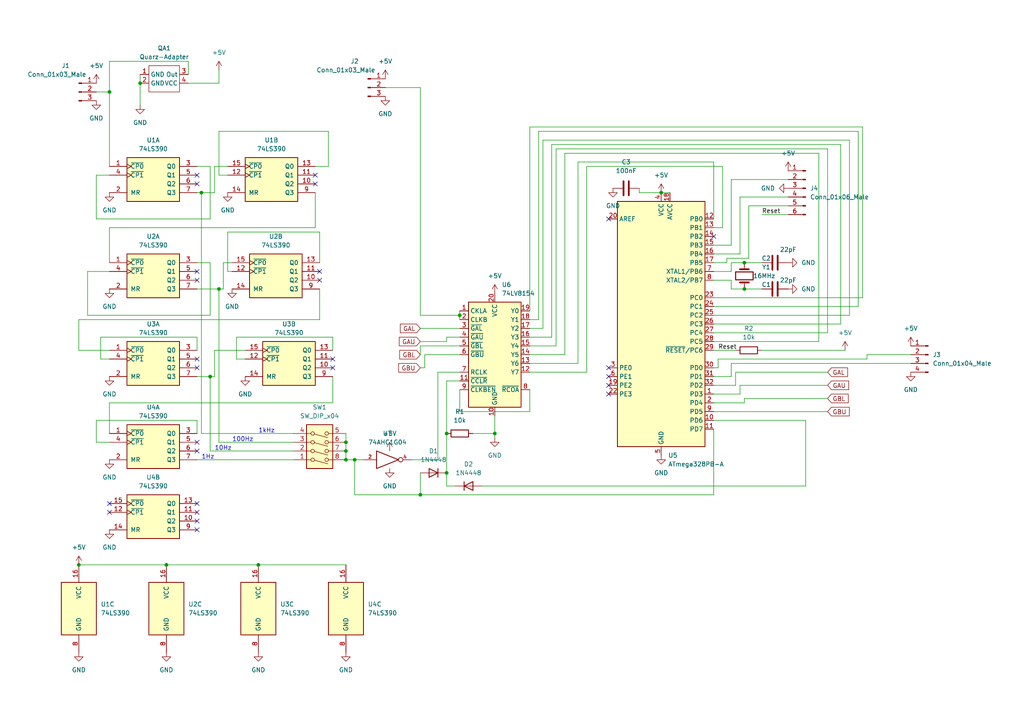
<source format=kicad_sch>
(kicad_sch (version 20211123) (generator eeschema)

  (uuid 7eeb6cb4-d8a4-473b-80ce-34c351532e6d)

  (paper "A4")

  (lib_symbols
    (symbol "74xGxx:74AHC1G04" (pin_names (offset 1.016)) (in_bom yes) (on_board yes)
      (property "Reference" "U" (id 0) (at -2.54 3.81 0)
        (effects (font (size 1.27 1.27)))
      )
      (property "Value" "74AHC1G04" (id 1) (at 0 -3.81 0)
        (effects (font (size 1.27 1.27)))
      )
      (property "Footprint" "" (id 2) (at 0 0 0)
        (effects (font (size 1.27 1.27)) hide)
      )
      (property "Datasheet" "http://www.ti.com/lit/sg/scyt129e/scyt129e.pdf" (id 3) (at 0 0 0)
        (effects (font (size 1.27 1.27)) hide)
      )
      (property "ki_keywords" "Single Gate NOT LVC CMOS" (id 4) (at 0 0 0)
        (effects (font (size 1.27 1.27)) hide)
      )
      (property "ki_description" "Single NOT Gate, Low-Voltage CMOS" (id 5) (at 0 0 0)
        (effects (font (size 1.27 1.27)) hide)
      )
      (property "ki_fp_filters" "SOT* SG-*" (id 6) (at 0 0 0)
        (effects (font (size 1.27 1.27)) hide)
      )
      (symbol "74AHC1G04_0_1"
        (polyline
          (pts
            (xy -3.81 2.54)
            (xy -3.81 -2.54)
            (xy 2.54 0)
            (xy -3.81 2.54)
          )
          (stroke (width 0.254) (type default) (color 0 0 0 0))
          (fill (type none))
        )
      )
      (symbol "74AHC1G04_1_1"
        (pin input line (at -7.62 0 0) (length 3.81)
          (name "~" (effects (font (size 1.016 1.016))))
          (number "2" (effects (font (size 1.016 1.016))))
        )
        (pin power_in line (at 0 -2.54 270) (length 0) hide
          (name "GND" (effects (font (size 1.016 1.016))))
          (number "3" (effects (font (size 1.016 1.016))))
        )
        (pin output inverted (at 6.35 0 180) (length 3.81)
          (name "~" (effects (font (size 1.016 1.016))))
          (number "4" (effects (font (size 1.016 1.016))))
        )
        (pin power_in line (at 0 2.54 90) (length 0) hide
          (name "VCC" (effects (font (size 1.016 1.016))))
          (number "5" (effects (font (size 1.016 1.016))))
        )
      )
    )
    (symbol "74xx:74LS390" (pin_names (offset 1.016)) (in_bom yes) (on_board yes)
      (property "Reference" "U" (id 0) (at -7.62 8.89 0)
        (effects (font (size 1.27 1.27)))
      )
      (property "Value" "74LS390" (id 1) (at -7.62 -8.89 0)
        (effects (font (size 1.27 1.27)))
      )
      (property "Footprint" "" (id 2) (at 0 0 0)
        (effects (font (size 1.27 1.27)) hide)
      )
      (property "Datasheet" "http://www.ti.com/lit/gpn/sn74LS390" (id 3) (at 0 0 0)
        (effects (font (size 1.27 1.27)) hide)
      )
      (property "ki_locked" "" (id 4) (at 0 0 0)
        (effects (font (size 1.27 1.27)))
      )
      (property "ki_keywords" "TTL CNT CNT4" (id 5) (at 0 0 0)
        (effects (font (size 1.27 1.27)) hide)
      )
      (property "ki_description" "Dual BCD 4-bit counter" (id 6) (at 0 0 0)
        (effects (font (size 1.27 1.27)) hide)
      )
      (property "ki_fp_filters" "DIP?16*" (id 7) (at 0 0 0)
        (effects (font (size 1.27 1.27)) hide)
      )
      (symbol "74LS390_1_0"
        (pin input clock (at -12.7 2.54 0) (length 5.08)
          (name "~{CP0}" (effects (font (size 1.27 1.27))))
          (number "1" (effects (font (size 1.27 1.27))))
        )
        (pin input line (at -12.7 -5.08 0) (length 5.08)
          (name "MR" (effects (font (size 1.27 1.27))))
          (number "2" (effects (font (size 1.27 1.27))))
        )
        (pin output line (at 12.7 2.54 180) (length 5.08)
          (name "Q0" (effects (font (size 1.27 1.27))))
          (number "3" (effects (font (size 1.27 1.27))))
        )
        (pin input clock (at -12.7 0 0) (length 5.08)
          (name "~{CP1}" (effects (font (size 1.27 1.27))))
          (number "4" (effects (font (size 1.27 1.27))))
        )
        (pin output line (at 12.7 0 180) (length 5.08)
          (name "Q1" (effects (font (size 1.27 1.27))))
          (number "5" (effects (font (size 1.27 1.27))))
        )
        (pin output line (at 12.7 -2.54 180) (length 5.08)
          (name "Q2" (effects (font (size 1.27 1.27))))
          (number "6" (effects (font (size 1.27 1.27))))
        )
        (pin output line (at 12.7 -5.08 180) (length 5.08)
          (name "Q3" (effects (font (size 1.27 1.27))))
          (number "7" (effects (font (size 1.27 1.27))))
        )
      )
      (symbol "74LS390_1_1"
        (rectangle (start -7.62 5.08) (end 7.62 -7.62)
          (stroke (width 0.254) (type default) (color 0 0 0 0))
          (fill (type background))
        )
      )
      (symbol "74LS390_2_0"
        (pin output line (at 12.7 -2.54 180) (length 5.08)
          (name "Q2" (effects (font (size 1.27 1.27))))
          (number "10" (effects (font (size 1.27 1.27))))
        )
        (pin output line (at 12.7 0 180) (length 5.08)
          (name "Q1" (effects (font (size 1.27 1.27))))
          (number "11" (effects (font (size 1.27 1.27))))
        )
        (pin input clock (at -12.7 0 0) (length 5.08)
          (name "~{CP1}" (effects (font (size 1.27 1.27))))
          (number "12" (effects (font (size 1.27 1.27))))
        )
        (pin output line (at 12.7 2.54 180) (length 5.08)
          (name "Q0" (effects (font (size 1.27 1.27))))
          (number "13" (effects (font (size 1.27 1.27))))
        )
        (pin input line (at -12.7 -5.08 0) (length 5.08)
          (name "MR" (effects (font (size 1.27 1.27))))
          (number "14" (effects (font (size 1.27 1.27))))
        )
        (pin input clock (at -12.7 2.54 0) (length 5.08)
          (name "~{CP0}" (effects (font (size 1.27 1.27))))
          (number "15" (effects (font (size 1.27 1.27))))
        )
        (pin output line (at 12.7 -5.08 180) (length 5.08)
          (name "Q3" (effects (font (size 1.27 1.27))))
          (number "9" (effects (font (size 1.27 1.27))))
        )
      )
      (symbol "74LS390_2_1"
        (rectangle (start -7.62 5.08) (end 7.62 -7.62)
          (stroke (width 0.254) (type default) (color 0 0 0 0))
          (fill (type background))
        )
      )
      (symbol "74LS390_3_0"
        (pin power_in line (at 0 12.7 270) (length 5.08)
          (name "VCC" (effects (font (size 1.27 1.27))))
          (number "16" (effects (font (size 1.27 1.27))))
        )
        (pin power_in line (at 0 -12.7 90) (length 5.08)
          (name "GND" (effects (font (size 1.27 1.27))))
          (number "8" (effects (font (size 1.27 1.27))))
        )
      )
      (symbol "74LS390_3_1"
        (rectangle (start -5.08 7.62) (end 5.08 -7.62)
          (stroke (width 0.254) (type default) (color 0 0 0 0))
          (fill (type background))
        )
      )
    )
    (symbol "74xx:74LV8154" (in_bom yes) (on_board yes)
      (property "Reference" "U" (id 0) (at -6.35 16.51 0)
        (effects (font (size 1.27 1.27)))
      )
      (property "Value" "74LV8154" (id 1) (at 6.35 16.51 0)
        (effects (font (size 1.27 1.27)))
      )
      (property "Footprint" "" (id 2) (at -6.35 16.51 0)
        (effects (font (size 1.27 1.27)) hide)
      )
      (property "Datasheet" "http://www.ti.com/lit/ds/symlink/sn74lv8154.pdf" (id 3) (at -6.35 16.51 0)
        (effects (font (size 1.27 1.27)) hide)
      )
      (property "ki_keywords" "counter binary" (id 4) (at 0 0 0)
        (effects (font (size 1.27 1.27)) hide)
      )
      (property "ki_description" "Dual 16-bit binary counter" (id 5) (at 0 0 0)
        (effects (font (size 1.27 1.27)) hide)
      )
      (property "ki_fp_filters" "TSSOP*4.4x6.5mm*P0.65mm* DIP*W7.62mm*" (id 6) (at 0 0 0)
        (effects (font (size 1.27 1.27)) hide)
      )
      (symbol "74LV8154_0_1"
        (rectangle (start -7.62 15.24) (end 7.62 -15.24)
          (stroke (width 0.254) (type default) (color 0 0 0 0))
          (fill (type background))
        )
      )
      (symbol "74LV8154_1_1"
        (pin input line (at -10.16 12.7 0) (length 2.54)
          (name "CKLA" (effects (font (size 1.27 1.27))))
          (number "1" (effects (font (size 1.27 1.27))))
        )
        (pin power_in line (at 0 -17.78 90) (length 2.54)
          (name "GND" (effects (font (size 1.27 1.27))))
          (number "10" (effects (font (size 1.27 1.27))))
        )
        (pin input line (at -10.16 -7.62 0) (length 2.54)
          (name "~{CCLR}" (effects (font (size 1.27 1.27))))
          (number "11" (effects (font (size 1.27 1.27))))
        )
        (pin output line (at 10.16 -5.08 180) (length 2.54)
          (name "Y7" (effects (font (size 1.27 1.27))))
          (number "12" (effects (font (size 1.27 1.27))))
        )
        (pin output line (at 10.16 -2.54 180) (length 2.54)
          (name "Y6" (effects (font (size 1.27 1.27))))
          (number "13" (effects (font (size 1.27 1.27))))
        )
        (pin output line (at 10.16 0 180) (length 2.54)
          (name "Y5" (effects (font (size 1.27 1.27))))
          (number "14" (effects (font (size 1.27 1.27))))
        )
        (pin output line (at 10.16 2.54 180) (length 2.54)
          (name "Y4" (effects (font (size 1.27 1.27))))
          (number "15" (effects (font (size 1.27 1.27))))
        )
        (pin output line (at 10.16 5.08 180) (length 2.54)
          (name "Y3" (effects (font (size 1.27 1.27))))
          (number "16" (effects (font (size 1.27 1.27))))
        )
        (pin output line (at 10.16 7.62 180) (length 2.54)
          (name "Y2" (effects (font (size 1.27 1.27))))
          (number "17" (effects (font (size 1.27 1.27))))
        )
        (pin output line (at 10.16 10.16 180) (length 2.54)
          (name "Y1" (effects (font (size 1.27 1.27))))
          (number "18" (effects (font (size 1.27 1.27))))
        )
        (pin output line (at 10.16 12.7 180) (length 2.54)
          (name "Y0" (effects (font (size 1.27 1.27))))
          (number "19" (effects (font (size 1.27 1.27))))
        )
        (pin input line (at -10.16 10.16 0) (length 2.54)
          (name "CLKB" (effects (font (size 1.27 1.27))))
          (number "2" (effects (font (size 1.27 1.27))))
        )
        (pin power_in line (at 0 17.78 270) (length 2.54)
          (name "VCC" (effects (font (size 1.27 1.27))))
          (number "20" (effects (font (size 1.27 1.27))))
        )
        (pin input line (at -10.16 7.62 0) (length 2.54)
          (name "~{GAL}" (effects (font (size 1.27 1.27))))
          (number "3" (effects (font (size 1.27 1.27))))
        )
        (pin input line (at -10.16 5.08 0) (length 2.54)
          (name "~{GAU}" (effects (font (size 1.27 1.27))))
          (number "4" (effects (font (size 1.27 1.27))))
        )
        (pin input line (at -10.16 2.54 0) (length 2.54)
          (name "~{GBL}" (effects (font (size 1.27 1.27))))
          (number "5" (effects (font (size 1.27 1.27))))
        )
        (pin input line (at -10.16 0 0) (length 2.54)
          (name "~{GBU}" (effects (font (size 1.27 1.27))))
          (number "6" (effects (font (size 1.27 1.27))))
        )
        (pin input line (at -10.16 -5.08 0) (length 2.54)
          (name "RCLK" (effects (font (size 1.27 1.27))))
          (number "7" (effects (font (size 1.27 1.27))))
        )
        (pin output line (at 10.16 -10.16 180) (length 2.54)
          (name "~{RCOA}" (effects (font (size 1.27 1.27))))
          (number "8" (effects (font (size 1.27 1.27))))
        )
        (pin input line (at -10.16 -10.16 0) (length 2.54)
          (name "~{CLKBEN}" (effects (font (size 1.27 1.27))))
          (number "9" (effects (font (size 1.27 1.27))))
        )
      )
    )
    (symbol "Connector:Conn_01x03_Male" (pin_names (offset 1.016) hide) (in_bom yes) (on_board yes)
      (property "Reference" "J" (id 0) (at 0 5.08 0)
        (effects (font (size 1.27 1.27)))
      )
      (property "Value" "Conn_01x03_Male" (id 1) (at 0 -5.08 0)
        (effects (font (size 1.27 1.27)))
      )
      (property "Footprint" "" (id 2) (at 0 0 0)
        (effects (font (size 1.27 1.27)) hide)
      )
      (property "Datasheet" "~" (id 3) (at 0 0 0)
        (effects (font (size 1.27 1.27)) hide)
      )
      (property "ki_keywords" "connector" (id 4) (at 0 0 0)
        (effects (font (size 1.27 1.27)) hide)
      )
      (property "ki_description" "Generic connector, single row, 01x03, script generated (kicad-library-utils/schlib/autogen/connector/)" (id 5) (at 0 0 0)
        (effects (font (size 1.27 1.27)) hide)
      )
      (property "ki_fp_filters" "Connector*:*_1x??_*" (id 6) (at 0 0 0)
        (effects (font (size 1.27 1.27)) hide)
      )
      (symbol "Conn_01x03_Male_1_1"
        (polyline
          (pts
            (xy 1.27 -2.54)
            (xy 0.8636 -2.54)
          )
          (stroke (width 0.1524) (type default) (color 0 0 0 0))
          (fill (type none))
        )
        (polyline
          (pts
            (xy 1.27 0)
            (xy 0.8636 0)
          )
          (stroke (width 0.1524) (type default) (color 0 0 0 0))
          (fill (type none))
        )
        (polyline
          (pts
            (xy 1.27 2.54)
            (xy 0.8636 2.54)
          )
          (stroke (width 0.1524) (type default) (color 0 0 0 0))
          (fill (type none))
        )
        (rectangle (start 0.8636 -2.413) (end 0 -2.667)
          (stroke (width 0.1524) (type default) (color 0 0 0 0))
          (fill (type outline))
        )
        (rectangle (start 0.8636 0.127) (end 0 -0.127)
          (stroke (width 0.1524) (type default) (color 0 0 0 0))
          (fill (type outline))
        )
        (rectangle (start 0.8636 2.667) (end 0 2.413)
          (stroke (width 0.1524) (type default) (color 0 0 0 0))
          (fill (type outline))
        )
        (pin passive line (at 5.08 2.54 180) (length 3.81)
          (name "Pin_1" (effects (font (size 1.27 1.27))))
          (number "1" (effects (font (size 1.27 1.27))))
        )
        (pin passive line (at 5.08 0 180) (length 3.81)
          (name "Pin_2" (effects (font (size 1.27 1.27))))
          (number "2" (effects (font (size 1.27 1.27))))
        )
        (pin passive line (at 5.08 -2.54 180) (length 3.81)
          (name "Pin_3" (effects (font (size 1.27 1.27))))
          (number "3" (effects (font (size 1.27 1.27))))
        )
      )
    )
    (symbol "Connector:Conn_01x04_Male" (pin_names (offset 1.016) hide) (in_bom yes) (on_board yes)
      (property "Reference" "J" (id 0) (at 0 5.08 0)
        (effects (font (size 1.27 1.27)))
      )
      (property "Value" "Conn_01x04_Male" (id 1) (at 0 -7.62 0)
        (effects (font (size 1.27 1.27)))
      )
      (property "Footprint" "" (id 2) (at 0 0 0)
        (effects (font (size 1.27 1.27)) hide)
      )
      (property "Datasheet" "~" (id 3) (at 0 0 0)
        (effects (font (size 1.27 1.27)) hide)
      )
      (property "ki_keywords" "connector" (id 4) (at 0 0 0)
        (effects (font (size 1.27 1.27)) hide)
      )
      (property "ki_description" "Generic connector, single row, 01x04, script generated (kicad-library-utils/schlib/autogen/connector/)" (id 5) (at 0 0 0)
        (effects (font (size 1.27 1.27)) hide)
      )
      (property "ki_fp_filters" "Connector*:*_1x??_*" (id 6) (at 0 0 0)
        (effects (font (size 1.27 1.27)) hide)
      )
      (symbol "Conn_01x04_Male_1_1"
        (polyline
          (pts
            (xy 1.27 -5.08)
            (xy 0.8636 -5.08)
          )
          (stroke (width 0.1524) (type default) (color 0 0 0 0))
          (fill (type none))
        )
        (polyline
          (pts
            (xy 1.27 -2.54)
            (xy 0.8636 -2.54)
          )
          (stroke (width 0.1524) (type default) (color 0 0 0 0))
          (fill (type none))
        )
        (polyline
          (pts
            (xy 1.27 0)
            (xy 0.8636 0)
          )
          (stroke (width 0.1524) (type default) (color 0 0 0 0))
          (fill (type none))
        )
        (polyline
          (pts
            (xy 1.27 2.54)
            (xy 0.8636 2.54)
          )
          (stroke (width 0.1524) (type default) (color 0 0 0 0))
          (fill (type none))
        )
        (rectangle (start 0.8636 -4.953) (end 0 -5.207)
          (stroke (width 0.1524) (type default) (color 0 0 0 0))
          (fill (type outline))
        )
        (rectangle (start 0.8636 -2.413) (end 0 -2.667)
          (stroke (width 0.1524) (type default) (color 0 0 0 0))
          (fill (type outline))
        )
        (rectangle (start 0.8636 0.127) (end 0 -0.127)
          (stroke (width 0.1524) (type default) (color 0 0 0 0))
          (fill (type outline))
        )
        (rectangle (start 0.8636 2.667) (end 0 2.413)
          (stroke (width 0.1524) (type default) (color 0 0 0 0))
          (fill (type outline))
        )
        (pin passive line (at 5.08 2.54 180) (length 3.81)
          (name "Pin_1" (effects (font (size 1.27 1.27))))
          (number "1" (effects (font (size 1.27 1.27))))
        )
        (pin passive line (at 5.08 0 180) (length 3.81)
          (name "Pin_2" (effects (font (size 1.27 1.27))))
          (number "2" (effects (font (size 1.27 1.27))))
        )
        (pin passive line (at 5.08 -2.54 180) (length 3.81)
          (name "Pin_3" (effects (font (size 1.27 1.27))))
          (number "3" (effects (font (size 1.27 1.27))))
        )
        (pin passive line (at 5.08 -5.08 180) (length 3.81)
          (name "Pin_4" (effects (font (size 1.27 1.27))))
          (number "4" (effects (font (size 1.27 1.27))))
        )
      )
    )
    (symbol "Connector:Conn_01x06_Male" (pin_names (offset 1.016) hide) (in_bom yes) (on_board yes)
      (property "Reference" "J" (id 0) (at 0 7.62 0)
        (effects (font (size 1.27 1.27)))
      )
      (property "Value" "Conn_01x06_Male" (id 1) (at 0 -10.16 0)
        (effects (font (size 1.27 1.27)))
      )
      (property "Footprint" "" (id 2) (at 0 0 0)
        (effects (font (size 1.27 1.27)) hide)
      )
      (property "Datasheet" "~" (id 3) (at 0 0 0)
        (effects (font (size 1.27 1.27)) hide)
      )
      (property "ki_keywords" "connector" (id 4) (at 0 0 0)
        (effects (font (size 1.27 1.27)) hide)
      )
      (property "ki_description" "Generic connector, single row, 01x06, script generated (kicad-library-utils/schlib/autogen/connector/)" (id 5) (at 0 0 0)
        (effects (font (size 1.27 1.27)) hide)
      )
      (property "ki_fp_filters" "Connector*:*_1x??_*" (id 6) (at 0 0 0)
        (effects (font (size 1.27 1.27)) hide)
      )
      (symbol "Conn_01x06_Male_1_1"
        (polyline
          (pts
            (xy 1.27 -7.62)
            (xy 0.8636 -7.62)
          )
          (stroke (width 0.1524) (type default) (color 0 0 0 0))
          (fill (type none))
        )
        (polyline
          (pts
            (xy 1.27 -5.08)
            (xy 0.8636 -5.08)
          )
          (stroke (width 0.1524) (type default) (color 0 0 0 0))
          (fill (type none))
        )
        (polyline
          (pts
            (xy 1.27 -2.54)
            (xy 0.8636 -2.54)
          )
          (stroke (width 0.1524) (type default) (color 0 0 0 0))
          (fill (type none))
        )
        (polyline
          (pts
            (xy 1.27 0)
            (xy 0.8636 0)
          )
          (stroke (width 0.1524) (type default) (color 0 0 0 0))
          (fill (type none))
        )
        (polyline
          (pts
            (xy 1.27 2.54)
            (xy 0.8636 2.54)
          )
          (stroke (width 0.1524) (type default) (color 0 0 0 0))
          (fill (type none))
        )
        (polyline
          (pts
            (xy 1.27 5.08)
            (xy 0.8636 5.08)
          )
          (stroke (width 0.1524) (type default) (color 0 0 0 0))
          (fill (type none))
        )
        (rectangle (start 0.8636 -7.493) (end 0 -7.747)
          (stroke (width 0.1524) (type default) (color 0 0 0 0))
          (fill (type outline))
        )
        (rectangle (start 0.8636 -4.953) (end 0 -5.207)
          (stroke (width 0.1524) (type default) (color 0 0 0 0))
          (fill (type outline))
        )
        (rectangle (start 0.8636 -2.413) (end 0 -2.667)
          (stroke (width 0.1524) (type default) (color 0 0 0 0))
          (fill (type outline))
        )
        (rectangle (start 0.8636 0.127) (end 0 -0.127)
          (stroke (width 0.1524) (type default) (color 0 0 0 0))
          (fill (type outline))
        )
        (rectangle (start 0.8636 2.667) (end 0 2.413)
          (stroke (width 0.1524) (type default) (color 0 0 0 0))
          (fill (type outline))
        )
        (rectangle (start 0.8636 5.207) (end 0 4.953)
          (stroke (width 0.1524) (type default) (color 0 0 0 0))
          (fill (type outline))
        )
        (pin passive line (at 5.08 5.08 180) (length 3.81)
          (name "Pin_1" (effects (font (size 1.27 1.27))))
          (number "1" (effects (font (size 1.27 1.27))))
        )
        (pin passive line (at 5.08 2.54 180) (length 3.81)
          (name "Pin_2" (effects (font (size 1.27 1.27))))
          (number "2" (effects (font (size 1.27 1.27))))
        )
        (pin passive line (at 5.08 0 180) (length 3.81)
          (name "Pin_3" (effects (font (size 1.27 1.27))))
          (number "3" (effects (font (size 1.27 1.27))))
        )
        (pin passive line (at 5.08 -2.54 180) (length 3.81)
          (name "Pin_4" (effects (font (size 1.27 1.27))))
          (number "4" (effects (font (size 1.27 1.27))))
        )
        (pin passive line (at 5.08 -5.08 180) (length 3.81)
          (name "Pin_5" (effects (font (size 1.27 1.27))))
          (number "5" (effects (font (size 1.27 1.27))))
        )
        (pin passive line (at 5.08 -7.62 180) (length 3.81)
          (name "Pin_6" (effects (font (size 1.27 1.27))))
          (number "6" (effects (font (size 1.27 1.27))))
        )
      )
    )
    (symbol "Device:C" (pin_numbers hide) (pin_names (offset 0.254)) (in_bom yes) (on_board yes)
      (property "Reference" "C" (id 0) (at 0.635 2.54 0)
        (effects (font (size 1.27 1.27)) (justify left))
      )
      (property "Value" "C" (id 1) (at 0.635 -2.54 0)
        (effects (font (size 1.27 1.27)) (justify left))
      )
      (property "Footprint" "" (id 2) (at 0.9652 -3.81 0)
        (effects (font (size 1.27 1.27)) hide)
      )
      (property "Datasheet" "~" (id 3) (at 0 0 0)
        (effects (font (size 1.27 1.27)) hide)
      )
      (property "ki_keywords" "cap capacitor" (id 4) (at 0 0 0)
        (effects (font (size 1.27 1.27)) hide)
      )
      (property "ki_description" "Unpolarized capacitor" (id 5) (at 0 0 0)
        (effects (font (size 1.27 1.27)) hide)
      )
      (property "ki_fp_filters" "C_*" (id 6) (at 0 0 0)
        (effects (font (size 1.27 1.27)) hide)
      )
      (symbol "C_0_1"
        (polyline
          (pts
            (xy -2.032 -0.762)
            (xy 2.032 -0.762)
          )
          (stroke (width 0.508) (type default) (color 0 0 0 0))
          (fill (type none))
        )
        (polyline
          (pts
            (xy -2.032 0.762)
            (xy 2.032 0.762)
          )
          (stroke (width 0.508) (type default) (color 0 0 0 0))
          (fill (type none))
        )
      )
      (symbol "C_1_1"
        (pin passive line (at 0 3.81 270) (length 2.794)
          (name "~" (effects (font (size 1.27 1.27))))
          (number "1" (effects (font (size 1.27 1.27))))
        )
        (pin passive line (at 0 -3.81 90) (length 2.794)
          (name "~" (effects (font (size 1.27 1.27))))
          (number "2" (effects (font (size 1.27 1.27))))
        )
      )
    )
    (symbol "Device:Crystal" (pin_numbers hide) (pin_names (offset 1.016) hide) (in_bom yes) (on_board yes)
      (property "Reference" "Y" (id 0) (at 0 3.81 0)
        (effects (font (size 1.27 1.27)))
      )
      (property "Value" "Crystal" (id 1) (at 0 -3.81 0)
        (effects (font (size 1.27 1.27)))
      )
      (property "Footprint" "" (id 2) (at 0 0 0)
        (effects (font (size 1.27 1.27)) hide)
      )
      (property "Datasheet" "~" (id 3) (at 0 0 0)
        (effects (font (size 1.27 1.27)) hide)
      )
      (property "ki_keywords" "quartz ceramic resonator oscillator" (id 4) (at 0 0 0)
        (effects (font (size 1.27 1.27)) hide)
      )
      (property "ki_description" "Two pin crystal" (id 5) (at 0 0 0)
        (effects (font (size 1.27 1.27)) hide)
      )
      (property "ki_fp_filters" "Crystal*" (id 6) (at 0 0 0)
        (effects (font (size 1.27 1.27)) hide)
      )
      (symbol "Crystal_0_1"
        (rectangle (start -1.143 2.54) (end 1.143 -2.54)
          (stroke (width 0.3048) (type default) (color 0 0 0 0))
          (fill (type none))
        )
        (polyline
          (pts
            (xy -2.54 0)
            (xy -1.905 0)
          )
          (stroke (width 0) (type default) (color 0 0 0 0))
          (fill (type none))
        )
        (polyline
          (pts
            (xy -1.905 -1.27)
            (xy -1.905 1.27)
          )
          (stroke (width 0.508) (type default) (color 0 0 0 0))
          (fill (type none))
        )
        (polyline
          (pts
            (xy 1.905 -1.27)
            (xy 1.905 1.27)
          )
          (stroke (width 0.508) (type default) (color 0 0 0 0))
          (fill (type none))
        )
        (polyline
          (pts
            (xy 2.54 0)
            (xy 1.905 0)
          )
          (stroke (width 0) (type default) (color 0 0 0 0))
          (fill (type none))
        )
      )
      (symbol "Crystal_1_1"
        (pin passive line (at -3.81 0 0) (length 1.27)
          (name "1" (effects (font (size 1.27 1.27))))
          (number "1" (effects (font (size 1.27 1.27))))
        )
        (pin passive line (at 3.81 0 180) (length 1.27)
          (name "2" (effects (font (size 1.27 1.27))))
          (number "2" (effects (font (size 1.27 1.27))))
        )
      )
    )
    (symbol "Device:R" (pin_numbers hide) (pin_names (offset 0)) (in_bom yes) (on_board yes)
      (property "Reference" "R" (id 0) (at 2.032 0 90)
        (effects (font (size 1.27 1.27)))
      )
      (property "Value" "R" (id 1) (at 0 0 90)
        (effects (font (size 1.27 1.27)))
      )
      (property "Footprint" "" (id 2) (at -1.778 0 90)
        (effects (font (size 1.27 1.27)) hide)
      )
      (property "Datasheet" "~" (id 3) (at 0 0 0)
        (effects (font (size 1.27 1.27)) hide)
      )
      (property "ki_keywords" "R res resistor" (id 4) (at 0 0 0)
        (effects (font (size 1.27 1.27)) hide)
      )
      (property "ki_description" "Resistor" (id 5) (at 0 0 0)
        (effects (font (size 1.27 1.27)) hide)
      )
      (property "ki_fp_filters" "R_*" (id 6) (at 0 0 0)
        (effects (font (size 1.27 1.27)) hide)
      )
      (symbol "R_0_1"
        (rectangle (start -1.016 -2.54) (end 1.016 2.54)
          (stroke (width 0.254) (type default) (color 0 0 0 0))
          (fill (type none))
        )
      )
      (symbol "R_1_1"
        (pin passive line (at 0 3.81 270) (length 1.27)
          (name "~" (effects (font (size 1.27 1.27))))
          (number "1" (effects (font (size 1.27 1.27))))
        )
        (pin passive line (at 0 -3.81 90) (length 1.27)
          (name "~" (effects (font (size 1.27 1.27))))
          (number "2" (effects (font (size 1.27 1.27))))
        )
      )
    )
    (symbol "Diode:1N4448" (pin_numbers hide) (pin_names (offset 1.016) hide) (in_bom yes) (on_board yes)
      (property "Reference" "D" (id 0) (at 0 2.54 0)
        (effects (font (size 1.27 1.27)))
      )
      (property "Value" "1N4448" (id 1) (at 0 -2.54 0)
        (effects (font (size 1.27 1.27)))
      )
      (property "Footprint" "Diode_THT:D_DO-35_SOD27_P7.62mm_Horizontal" (id 2) (at 0 -4.445 0)
        (effects (font (size 1.27 1.27)) hide)
      )
      (property "Datasheet" "https://assets.nexperia.com/documents/data-sheet/1N4148_1N4448.pdf" (id 3) (at 0 0 0)
        (effects (font (size 1.27 1.27)) hide)
      )
      (property "ki_keywords" "diode" (id 4) (at 0 0 0)
        (effects (font (size 1.27 1.27)) hide)
      )
      (property "ki_description" "100V 0.15A High-speed standard diode, DO-35" (id 5) (at 0 0 0)
        (effects (font (size 1.27 1.27)) hide)
      )
      (property "ki_fp_filters" "D*DO?35*" (id 6) (at 0 0 0)
        (effects (font (size 1.27 1.27)) hide)
      )
      (symbol "1N4448_0_1"
        (polyline
          (pts
            (xy -1.27 1.27)
            (xy -1.27 -1.27)
          )
          (stroke (width 0.254) (type default) (color 0 0 0 0))
          (fill (type none))
        )
        (polyline
          (pts
            (xy 1.27 0)
            (xy -1.27 0)
          )
          (stroke (width 0) (type default) (color 0 0 0 0))
          (fill (type none))
        )
        (polyline
          (pts
            (xy 1.27 1.27)
            (xy 1.27 -1.27)
            (xy -1.27 0)
            (xy 1.27 1.27)
          )
          (stroke (width 0.254) (type default) (color 0 0 0 0))
          (fill (type none))
        )
      )
      (symbol "1N4448_1_1"
        (pin passive line (at -3.81 0 0) (length 2.54)
          (name "K" (effects (font (size 1.27 1.27))))
          (number "1" (effects (font (size 1.27 1.27))))
        )
        (pin passive line (at 3.81 0 180) (length 2.54)
          (name "A" (effects (font (size 1.27 1.27))))
          (number "2" (effects (font (size 1.27 1.27))))
        )
      )
    )
    (symbol "MCU_Microchip_ATmega:ATmega328PB-A" (in_bom yes) (on_board yes)
      (property "Reference" "U" (id 0) (at -12.7 36.83 0)
        (effects (font (size 1.27 1.27)) (justify left bottom))
      )
      (property "Value" "ATmega328PB-A" (id 1) (at 2.54 -36.83 0)
        (effects (font (size 1.27 1.27)) (justify left top))
      )
      (property "Footprint" "Package_QFP:TQFP-32_7x7mm_P0.8mm" (id 2) (at 0 0 0)
        (effects (font (size 1.27 1.27) italic) hide)
      )
      (property "Datasheet" "http://ww1.microchip.com/downloads/en/DeviceDoc/40001906C.pdf" (id 3) (at 0 0 0)
        (effects (font (size 1.27 1.27)) hide)
      )
      (property "ki_keywords" "AVR 8bit Microcontroller MegaAVR" (id 4) (at 0 0 0)
        (effects (font (size 1.27 1.27)) hide)
      )
      (property "ki_description" "20MHz, 32kB Flash, 2kB SRAM, 1kB EEPROM, TQFP-32" (id 5) (at 0 0 0)
        (effects (font (size 1.27 1.27)) hide)
      )
      (property "ki_fp_filters" "TQFP*7x7mm*P0.8mm*" (id 6) (at 0 0 0)
        (effects (font (size 1.27 1.27)) hide)
      )
      (symbol "ATmega328PB-A_0_1"
        (rectangle (start -12.7 -35.56) (end 12.7 35.56)
          (stroke (width 0.254) (type default) (color 0 0 0 0))
          (fill (type background))
        )
      )
      (symbol "ATmega328PB-A_1_1"
        (pin bidirectional line (at 15.24 -20.32 180) (length 2.54)
          (name "PD3" (effects (font (size 1.27 1.27))))
          (number "1" (effects (font (size 1.27 1.27))))
        )
        (pin bidirectional line (at 15.24 -27.94 180) (length 2.54)
          (name "PD6" (effects (font (size 1.27 1.27))))
          (number "10" (effects (font (size 1.27 1.27))))
        )
        (pin bidirectional line (at 15.24 -30.48 180) (length 2.54)
          (name "PD7" (effects (font (size 1.27 1.27))))
          (number "11" (effects (font (size 1.27 1.27))))
        )
        (pin bidirectional line (at 15.24 30.48 180) (length 2.54)
          (name "PB0" (effects (font (size 1.27 1.27))))
          (number "12" (effects (font (size 1.27 1.27))))
        )
        (pin bidirectional line (at 15.24 27.94 180) (length 2.54)
          (name "PB1" (effects (font (size 1.27 1.27))))
          (number "13" (effects (font (size 1.27 1.27))))
        )
        (pin bidirectional line (at 15.24 25.4 180) (length 2.54)
          (name "PB2" (effects (font (size 1.27 1.27))))
          (number "14" (effects (font (size 1.27 1.27))))
        )
        (pin bidirectional line (at 15.24 22.86 180) (length 2.54)
          (name "PB3" (effects (font (size 1.27 1.27))))
          (number "15" (effects (font (size 1.27 1.27))))
        )
        (pin bidirectional line (at 15.24 20.32 180) (length 2.54)
          (name "PB4" (effects (font (size 1.27 1.27))))
          (number "16" (effects (font (size 1.27 1.27))))
        )
        (pin bidirectional line (at 15.24 17.78 180) (length 2.54)
          (name "PB5" (effects (font (size 1.27 1.27))))
          (number "17" (effects (font (size 1.27 1.27))))
        )
        (pin power_in line (at 2.54 38.1 270) (length 2.54)
          (name "AVCC" (effects (font (size 1.27 1.27))))
          (number "18" (effects (font (size 1.27 1.27))))
        )
        (pin bidirectional line (at -15.24 -17.78 0) (length 2.54)
          (name "PE2" (effects (font (size 1.27 1.27))))
          (number "19" (effects (font (size 1.27 1.27))))
        )
        (pin bidirectional line (at 15.24 -22.86 180) (length 2.54)
          (name "PD4" (effects (font (size 1.27 1.27))))
          (number "2" (effects (font (size 1.27 1.27))))
        )
        (pin passive line (at -15.24 30.48 0) (length 2.54)
          (name "AREF" (effects (font (size 1.27 1.27))))
          (number "20" (effects (font (size 1.27 1.27))))
        )
        (pin passive line (at 0 -38.1 90) (length 2.54) hide
          (name "GND" (effects (font (size 1.27 1.27))))
          (number "21" (effects (font (size 1.27 1.27))))
        )
        (pin bidirectional line (at -15.24 -20.32 0) (length 2.54)
          (name "PE3" (effects (font (size 1.27 1.27))))
          (number "22" (effects (font (size 1.27 1.27))))
        )
        (pin bidirectional line (at 15.24 7.62 180) (length 2.54)
          (name "PC0" (effects (font (size 1.27 1.27))))
          (number "23" (effects (font (size 1.27 1.27))))
        )
        (pin bidirectional line (at 15.24 5.08 180) (length 2.54)
          (name "PC1" (effects (font (size 1.27 1.27))))
          (number "24" (effects (font (size 1.27 1.27))))
        )
        (pin bidirectional line (at 15.24 2.54 180) (length 2.54)
          (name "PC2" (effects (font (size 1.27 1.27))))
          (number "25" (effects (font (size 1.27 1.27))))
        )
        (pin bidirectional line (at 15.24 0 180) (length 2.54)
          (name "PC3" (effects (font (size 1.27 1.27))))
          (number "26" (effects (font (size 1.27 1.27))))
        )
        (pin bidirectional line (at 15.24 -2.54 180) (length 2.54)
          (name "PC4" (effects (font (size 1.27 1.27))))
          (number "27" (effects (font (size 1.27 1.27))))
        )
        (pin bidirectional line (at 15.24 -5.08 180) (length 2.54)
          (name "PC5" (effects (font (size 1.27 1.27))))
          (number "28" (effects (font (size 1.27 1.27))))
        )
        (pin bidirectional line (at 15.24 -7.62 180) (length 2.54)
          (name "~{RESET}/PC6" (effects (font (size 1.27 1.27))))
          (number "29" (effects (font (size 1.27 1.27))))
        )
        (pin bidirectional line (at -15.24 -12.7 0) (length 2.54)
          (name "PE0" (effects (font (size 1.27 1.27))))
          (number "3" (effects (font (size 1.27 1.27))))
        )
        (pin bidirectional line (at 15.24 -12.7 180) (length 2.54)
          (name "PD0" (effects (font (size 1.27 1.27))))
          (number "30" (effects (font (size 1.27 1.27))))
        )
        (pin bidirectional line (at 15.24 -15.24 180) (length 2.54)
          (name "PD1" (effects (font (size 1.27 1.27))))
          (number "31" (effects (font (size 1.27 1.27))))
        )
        (pin bidirectional line (at 15.24 -17.78 180) (length 2.54)
          (name "PD2" (effects (font (size 1.27 1.27))))
          (number "32" (effects (font (size 1.27 1.27))))
        )
        (pin power_in line (at 0 38.1 270) (length 2.54)
          (name "VCC" (effects (font (size 1.27 1.27))))
          (number "4" (effects (font (size 1.27 1.27))))
        )
        (pin power_in line (at 0 -38.1 90) (length 2.54)
          (name "GND" (effects (font (size 1.27 1.27))))
          (number "5" (effects (font (size 1.27 1.27))))
        )
        (pin bidirectional line (at -15.24 -15.24 0) (length 2.54)
          (name "PE1" (effects (font (size 1.27 1.27))))
          (number "6" (effects (font (size 1.27 1.27))))
        )
        (pin bidirectional line (at 15.24 15.24 180) (length 2.54)
          (name "XTAL1/PB6" (effects (font (size 1.27 1.27))))
          (number "7" (effects (font (size 1.27 1.27))))
        )
        (pin bidirectional line (at 15.24 12.7 180) (length 2.54)
          (name "XTAL2/PB7" (effects (font (size 1.27 1.27))))
          (number "8" (effects (font (size 1.27 1.27))))
        )
        (pin bidirectional line (at 15.24 -25.4 180) (length 2.54)
          (name "PD5" (effects (font (size 1.27 1.27))))
          (number "9" (effects (font (size 1.27 1.27))))
        )
      )
    )
    (symbol "New_Library:Quarz-Adapter" (in_bom yes) (on_board yes)
      (property "Reference" "QA" (id 0) (at 8.89 15.24 0)
        (effects (font (size 1.27 1.27)))
      )
      (property "Value" "Quarz-Adapter" (id 1) (at 10.16 5.08 0)
        (effects (font (size 1.27 1.27)))
      )
      (property "Footprint" "" (id 2) (at 0 0 0)
        (effects (font (size 1.27 1.27)) hide)
      )
      (property "Datasheet" "" (id 3) (at 0 0 0)
        (effects (font (size 1.27 1.27)) hide)
      )
      (symbol "Quarz-Adapter_0_1"
        (rectangle (start 5.08 13.97) (end 13.97 6.35)
          (stroke (width 0) (type default) (color 0 0 0 0))
          (fill (type none))
        )
      )
      (symbol "Quarz-Adapter_1_1"
        (pin input line (at 2.54 11.43 0) (length 2.54)
          (name "GND" (effects (font (size 1.27 1.27))))
          (number "1" (effects (font (size 1.27 1.27))))
        )
        (pin input line (at 2.54 8.89 0) (length 2.54)
          (name "GND" (effects (font (size 1.27 1.27))))
          (number "2" (effects (font (size 1.27 1.27))))
        )
        (pin output line (at 16.51 11.43 180) (length 2.54)
          (name "Out" (effects (font (size 1.27 1.27))))
          (number "3" (effects (font (size 1.27 1.27))))
        )
        (pin input line (at 16.51 8.89 180) (length 2.54)
          (name "VCC" (effects (font (size 1.27 1.27))))
          (number "4" (effects (font (size 1.27 1.27))))
        )
      )
    )
    (symbol "Switch:SW_DIP_x04" (pin_names (offset 0) hide) (in_bom yes) (on_board yes)
      (property "Reference" "SW" (id 0) (at 0 8.89 0)
        (effects (font (size 1.27 1.27)))
      )
      (property "Value" "SW_DIP_x04" (id 1) (at 0 -6.35 0)
        (effects (font (size 1.27 1.27)))
      )
      (property "Footprint" "" (id 2) (at 0 0 0)
        (effects (font (size 1.27 1.27)) hide)
      )
      (property "Datasheet" "~" (id 3) (at 0 0 0)
        (effects (font (size 1.27 1.27)) hide)
      )
      (property "ki_keywords" "dip switch" (id 4) (at 0 0 0)
        (effects (font (size 1.27 1.27)) hide)
      )
      (property "ki_description" "4x DIP Switch, Single Pole Single Throw (SPST) switch, small symbol" (id 5) (at 0 0 0)
        (effects (font (size 1.27 1.27)) hide)
      )
      (property "ki_fp_filters" "SW?DIP?x4*" (id 6) (at 0 0 0)
        (effects (font (size 1.27 1.27)) hide)
      )
      (symbol "SW_DIP_x04_0_0"
        (circle (center -2.032 -2.54) (radius 0.508)
          (stroke (width 0) (type default) (color 0 0 0 0))
          (fill (type none))
        )
        (circle (center -2.032 0) (radius 0.508)
          (stroke (width 0) (type default) (color 0 0 0 0))
          (fill (type none))
        )
        (circle (center -2.032 2.54) (radius 0.508)
          (stroke (width 0) (type default) (color 0 0 0 0))
          (fill (type none))
        )
        (circle (center -2.032 5.08) (radius 0.508)
          (stroke (width 0) (type default) (color 0 0 0 0))
          (fill (type none))
        )
        (polyline
          (pts
            (xy -1.524 -2.3876)
            (xy 2.3622 -1.3462)
          )
          (stroke (width 0) (type default) (color 0 0 0 0))
          (fill (type none))
        )
        (polyline
          (pts
            (xy -1.524 0.127)
            (xy 2.3622 1.1684)
          )
          (stroke (width 0) (type default) (color 0 0 0 0))
          (fill (type none))
        )
        (polyline
          (pts
            (xy -1.524 2.667)
            (xy 2.3622 3.7084)
          )
          (stroke (width 0) (type default) (color 0 0 0 0))
          (fill (type none))
        )
        (polyline
          (pts
            (xy -1.524 5.207)
            (xy 2.3622 6.2484)
          )
          (stroke (width 0) (type default) (color 0 0 0 0))
          (fill (type none))
        )
        (circle (center 2.032 -2.54) (radius 0.508)
          (stroke (width 0) (type default) (color 0 0 0 0))
          (fill (type none))
        )
        (circle (center 2.032 0) (radius 0.508)
          (stroke (width 0) (type default) (color 0 0 0 0))
          (fill (type none))
        )
        (circle (center 2.032 2.54) (radius 0.508)
          (stroke (width 0) (type default) (color 0 0 0 0))
          (fill (type none))
        )
        (circle (center 2.032 5.08) (radius 0.508)
          (stroke (width 0) (type default) (color 0 0 0 0))
          (fill (type none))
        )
      )
      (symbol "SW_DIP_x04_0_1"
        (rectangle (start -3.81 7.62) (end 3.81 -5.08)
          (stroke (width 0.254) (type default) (color 0 0 0 0))
          (fill (type background))
        )
      )
      (symbol "SW_DIP_x04_1_1"
        (pin passive line (at -7.62 5.08 0) (length 5.08)
          (name "~" (effects (font (size 1.27 1.27))))
          (number "1" (effects (font (size 1.27 1.27))))
        )
        (pin passive line (at -7.62 2.54 0) (length 5.08)
          (name "~" (effects (font (size 1.27 1.27))))
          (number "2" (effects (font (size 1.27 1.27))))
        )
        (pin passive line (at -7.62 0 0) (length 5.08)
          (name "~" (effects (font (size 1.27 1.27))))
          (number "3" (effects (font (size 1.27 1.27))))
        )
        (pin passive line (at -7.62 -2.54 0) (length 5.08)
          (name "~" (effects (font (size 1.27 1.27))))
          (number "4" (effects (font (size 1.27 1.27))))
        )
        (pin passive line (at 7.62 -2.54 180) (length 5.08)
          (name "~" (effects (font (size 1.27 1.27))))
          (number "5" (effects (font (size 1.27 1.27))))
        )
        (pin passive line (at 7.62 0 180) (length 5.08)
          (name "~" (effects (font (size 1.27 1.27))))
          (number "6" (effects (font (size 1.27 1.27))))
        )
        (pin passive line (at 7.62 2.54 180) (length 5.08)
          (name "~" (effects (font (size 1.27 1.27))))
          (number "7" (effects (font (size 1.27 1.27))))
        )
        (pin passive line (at 7.62 5.08 180) (length 5.08)
          (name "~" (effects (font (size 1.27 1.27))))
          (number "8" (effects (font (size 1.27 1.27))))
        )
      )
    )
    (symbol "power:+5V" (power) (pin_names (offset 0)) (in_bom yes) (on_board yes)
      (property "Reference" "#PWR" (id 0) (at 0 -3.81 0)
        (effects (font (size 1.27 1.27)) hide)
      )
      (property "Value" "+5V" (id 1) (at 0 3.556 0)
        (effects (font (size 1.27 1.27)))
      )
      (property "Footprint" "" (id 2) (at 0 0 0)
        (effects (font (size 1.27 1.27)) hide)
      )
      (property "Datasheet" "" (id 3) (at 0 0 0)
        (effects (font (size 1.27 1.27)) hide)
      )
      (property "ki_keywords" "power-flag" (id 4) (at 0 0 0)
        (effects (font (size 1.27 1.27)) hide)
      )
      (property "ki_description" "Power symbol creates a global label with name \"+5V\"" (id 5) (at 0 0 0)
        (effects (font (size 1.27 1.27)) hide)
      )
      (symbol "+5V_0_1"
        (polyline
          (pts
            (xy -0.762 1.27)
            (xy 0 2.54)
          )
          (stroke (width 0) (type default) (color 0 0 0 0))
          (fill (type none))
        )
        (polyline
          (pts
            (xy 0 0)
            (xy 0 2.54)
          )
          (stroke (width 0) (type default) (color 0 0 0 0))
          (fill (type none))
        )
        (polyline
          (pts
            (xy 0 2.54)
            (xy 0.762 1.27)
          )
          (stroke (width 0) (type default) (color 0 0 0 0))
          (fill (type none))
        )
      )
      (symbol "+5V_1_1"
        (pin power_in line (at 0 0 90) (length 0) hide
          (name "+5V" (effects (font (size 1.27 1.27))))
          (number "1" (effects (font (size 1.27 1.27))))
        )
      )
    )
    (symbol "power:GND" (power) (pin_names (offset 0)) (in_bom yes) (on_board yes)
      (property "Reference" "#PWR" (id 0) (at 0 -6.35 0)
        (effects (font (size 1.27 1.27)) hide)
      )
      (property "Value" "GND" (id 1) (at 0 -3.81 0)
        (effects (font (size 1.27 1.27)))
      )
      (property "Footprint" "" (id 2) (at 0 0 0)
        (effects (font (size 1.27 1.27)) hide)
      )
      (property "Datasheet" "" (id 3) (at 0 0 0)
        (effects (font (size 1.27 1.27)) hide)
      )
      (property "ki_keywords" "power-flag" (id 4) (at 0 0 0)
        (effects (font (size 1.27 1.27)) hide)
      )
      (property "ki_description" "Power symbol creates a global label with name \"GND\" , ground" (id 5) (at 0 0 0)
        (effects (font (size 1.27 1.27)) hide)
      )
      (symbol "GND_0_1"
        (polyline
          (pts
            (xy 0 0)
            (xy 0 -1.27)
            (xy 1.27 -1.27)
            (xy 0 -2.54)
            (xy -1.27 -1.27)
            (xy 0 -1.27)
          )
          (stroke (width 0) (type default) (color 0 0 0 0))
          (fill (type none))
        )
      )
      (symbol "GND_1_1"
        (pin power_in line (at 0 0 270) (length 0) hide
          (name "GND" (effects (font (size 1.27 1.27))))
          (number "1" (effects (font (size 1.27 1.27))))
        )
      )
    )
  )

  (junction (at 215.9 76.2) (diameter 0) (color 0 0 0 0)
    (uuid 0449106d-0aa1-4dcb-8a90-ab50e465b575)
  )
  (junction (at 100.33 128.27) (diameter 0) (color 0 0 0 0)
    (uuid 127b6346-a5b5-49ba-822e-dddd962585f7)
  )
  (junction (at 40.64 24.13) (diameter 0) (color 0 0 0 0)
    (uuid 26676a58-d00c-4043-b8ce-fe6b36503b60)
  )
  (junction (at 143.51 125.73) (diameter 0) (color 0 0 0 0)
    (uuid 371da547-ce6c-46c8-ae3d-3fb675c63e3a)
  )
  (junction (at 100.33 130.81) (diameter 0) (color 0 0 0 0)
    (uuid 3854dcb4-a275-4ab2-9f82-8c840980a953)
  )
  (junction (at 191.77 55.88) (diameter 0) (color 0 0 0 0)
    (uuid 3e6e40c0-8a39-4c8c-81ae-8b609b99bc5b)
  )
  (junction (at 215.9 83.82) (diameter 0) (color 0 0 0 0)
    (uuid 4a0d81e2-2bf4-4a69-98d1-1e2a309babbd)
  )
  (junction (at 129.54 137.16) (diameter 0) (color 0 0 0 0)
    (uuid 4af70c98-78d9-44f9-9539-3fbb07f1b632)
  )
  (junction (at 31.75 26.67) (diameter 0) (color 0 0 0 0)
    (uuid 4fbaa363-7679-4d36-9a3a-bbc1904bf60f)
  )
  (junction (at 129.54 125.73) (diameter 0) (color 0 0 0 0)
    (uuid 79ae97be-61eb-444e-b751-1295a701ac69)
  )
  (junction (at 121.92 143.51) (diameter 0) (color 0 0 0 0)
    (uuid 8228dbed-5177-489f-881a-a3187cde8648)
  )
  (junction (at 133.35 91.44) (diameter 0) (color 0 0 0 0)
    (uuid 96d178d5-f5c2-404a-abc1-7fd4e8a303d7)
  )
  (junction (at 74.93 163.83) (diameter 0) (color 0 0 0 0)
    (uuid aee468d5-ba38-48ca-99a2-97c9ce58751e)
  )
  (junction (at 22.86 163.83) (diameter 0) (color 0 0 0 0)
    (uuid b1e59be6-5d3f-4521-8738-b43a0a825dcd)
  )
  (junction (at 48.26 163.83) (diameter 0) (color 0 0 0 0)
    (uuid c6a7853b-2e32-465e-af2a-dbfc698167a7)
  )
  (junction (at 102.87 133.35) (diameter 0) (color 0 0 0 0)
    (uuid c85fa06d-8870-416b-8fc2-e766ebf55dc9)
  )
  (junction (at 60.96 109.22) (diameter 0) (color 0 0 0 0)
    (uuid e3feb232-6e7c-477c-b48d-43e40312cb5f)
  )
  (junction (at 63.5 83.82) (diameter 0) (color 0 0 0 0)
    (uuid e584ec67-b695-401c-9a6f-8359faacd9e6)
  )
  (junction (at 100.33 133.35) (diameter 0) (color 0 0 0 0)
    (uuid f4b4f114-9884-4563-8740-7c1617ba71a8)
  )
  (junction (at 58.42 55.88) (diameter 0) (color 0 0 0 0)
    (uuid fcadc070-9292-44c3-9d64-dbd06449496b)
  )

  (no_connect (at 207.01 68.58) (uuid 0233254c-96a0-4c49-8c07-ecd88a481757))
  (no_connect (at 57.15 53.34) (uuid 0ea4d0d4-7376-4c06-ba08-01dacfb65203))
  (no_connect (at 57.15 50.8) (uuid 0ea4d0d4-7376-4c06-ba08-01dacfb65204))
  (no_connect (at 91.44 50.8) (uuid 9602c540-ab7e-4ee6-8301-8ae828dfee92))
  (no_connect (at 91.44 53.34) (uuid 9602c540-ab7e-4ee6-8301-8ae828dfee93))
  (no_connect (at 176.53 63.5) (uuid c0e2da6e-d9f1-4f27-9897-babed231bdf6))
  (no_connect (at 57.15 104.14) (uuid ce87bcfa-9fdb-463c-8f04-4e020a9dfa00))
  (no_connect (at 57.15 106.68) (uuid ce87bcfa-9fdb-463c-8f04-4e020a9dfa01))
  (no_connect (at 57.15 130.81) (uuid ce87bcfa-9fdb-463c-8f04-4e020a9dfa02))
  (no_connect (at 57.15 128.27) (uuid ce87bcfa-9fdb-463c-8f04-4e020a9dfa03))
  (no_connect (at 57.15 78.74) (uuid ce87bcfa-9fdb-463c-8f04-4e020a9dfa04))
  (no_connect (at 57.15 81.28) (uuid ce87bcfa-9fdb-463c-8f04-4e020a9dfa05))
  (no_connect (at 96.52 106.68) (uuid ce87bcfa-9fdb-463c-8f04-4e020a9dfa06))
  (no_connect (at 96.52 104.14) (uuid ce87bcfa-9fdb-463c-8f04-4e020a9dfa07))
  (no_connect (at 92.71 81.28) (uuid ce87bcfa-9fdb-463c-8f04-4e020a9dfa08))
  (no_connect (at 92.71 78.74) (uuid ce87bcfa-9fdb-463c-8f04-4e020a9dfa09))
  (no_connect (at 57.15 146.05) (uuid ce87bcfa-9fdb-463c-8f04-4e020a9dfa0a))
  (no_connect (at 31.75 148.59) (uuid ce87bcfa-9fdb-463c-8f04-4e020a9dfa0b))
  (no_connect (at 31.75 146.05) (uuid ce87bcfa-9fdb-463c-8f04-4e020a9dfa0c))
  (no_connect (at 57.15 151.13) (uuid ce87bcfa-9fdb-463c-8f04-4e020a9dfa0d))
  (no_connect (at 57.15 153.67) (uuid ce87bcfa-9fdb-463c-8f04-4e020a9dfa0e))
  (no_connect (at 57.15 148.59) (uuid ce87bcfa-9fdb-463c-8f04-4e020a9dfa0f))
  (no_connect (at 176.53 106.68) (uuid ce87bcfa-9fdb-463c-8f04-4e020a9dfa10))
  (no_connect (at 176.53 109.22) (uuid ce87bcfa-9fdb-463c-8f04-4e020a9dfa15))
  (no_connect (at 176.53 114.3) (uuid ce87bcfa-9fdb-463c-8f04-4e020a9dfa16))
  (no_connect (at 176.53 111.76) (uuid ce87bcfa-9fdb-463c-8f04-4e020a9dfa17))

  (wire (pts (xy 119.38 133.35) (xy 127 133.35))
    (stroke (width 0) (type default) (color 0 0 0 0))
    (uuid 021eea53-1f2f-4b75-bb00-30999d46333e)
  )
  (wire (pts (xy 100.33 125.73) (xy 100.33 128.27))
    (stroke (width 0) (type default) (color 0 0 0 0))
    (uuid 03124afa-6786-4725-a3b2-2a26c3defe59)
  )
  (wire (pts (xy 207.01 71.12) (xy 212.09 71.12))
    (stroke (width 0) (type default) (color 0 0 0 0))
    (uuid 041da7d2-0569-4805-ab80-45198f59f50a)
  )
  (wire (pts (xy 212.09 105.41) (xy 212.09 109.22))
    (stroke (width 0) (type default) (color 0 0 0 0))
    (uuid 065f4b01-379c-4979-af02-d8bdb05f48e7)
  )
  (wire (pts (xy 66.04 50.8) (xy 63.5 50.8))
    (stroke (width 0) (type default) (color 0 0 0 0))
    (uuid 07a11fa4-f5b1-4d8d-973c-5957c6f5b229)
  )
  (wire (pts (xy 228.6 59.69) (xy 217.17 59.69))
    (stroke (width 0) (type default) (color 0 0 0 0))
    (uuid 0a345e90-8041-42a7-b36b-bd440099496d)
  )
  (wire (pts (xy 207.01 78.74) (xy 212.09 78.74))
    (stroke (width 0) (type default) (color 0 0 0 0))
    (uuid 0ae0fbda-9fbb-4eec-85cd-10d180551cca)
  )
  (wire (pts (xy 212.09 71.12) (xy 212.09 52.07))
    (stroke (width 0) (type default) (color 0 0 0 0))
    (uuid 0d74eb1f-d1a2-4d04-8f90-f154cc2670f3)
  )
  (wire (pts (xy 123.19 106.68) (xy 123.19 102.87))
    (stroke (width 0) (type default) (color 0 0 0 0))
    (uuid 0e9c2deb-fa84-4f2e-af35-59666668c303)
  )
  (wire (pts (xy 157.48 95.25) (xy 157.48 40.64))
    (stroke (width 0) (type default) (color 0 0 0 0))
    (uuid 11355d88-d4f8-4ae6-9fc8-7858b0fe5453)
  )
  (wire (pts (xy 63.5 128.27) (xy 85.09 128.27))
    (stroke (width 0) (type default) (color 0 0 0 0))
    (uuid 136be499-0a7c-46fc-9402-950a4f175d9c)
  )
  (wire (pts (xy 191.77 55.88) (xy 194.31 55.88))
    (stroke (width 0) (type default) (color 0 0 0 0))
    (uuid 137e93f1-ad82-4b24-bf46-33ccac020b51)
  )
  (wire (pts (xy 92.71 92.71) (xy 22.86 92.71))
    (stroke (width 0) (type default) (color 0 0 0 0))
    (uuid 1395138d-c27d-44d7-9634-ebf4d4a9f3bb)
  )
  (wire (pts (xy 220.98 101.6) (xy 245.11 101.6))
    (stroke (width 0) (type default) (color 0 0 0 0))
    (uuid 141b5d31-6b77-48c4-8698-6287c80d64a7)
  )
  (wire (pts (xy 121.92 99.06) (xy 129.54 99.06))
    (stroke (width 0) (type default) (color 0 0 0 0))
    (uuid 143964b1-e3e7-4665-bf70-737765019a3c)
  )
  (wire (pts (xy 213.36 111.76) (xy 207.01 111.76))
    (stroke (width 0) (type default) (color 0 0 0 0))
    (uuid 1474c26f-4dc9-4ceb-9297-74da694b724f)
  )
  (wire (pts (xy 160.02 41.91) (xy 160.02 97.79))
    (stroke (width 0) (type default) (color 0 0 0 0))
    (uuid 166066c7-f6e7-4561-8358-e6ebad0d7c04)
  )
  (wire (pts (xy 121.92 100.33) (xy 121.92 102.87))
    (stroke (width 0) (type default) (color 0 0 0 0))
    (uuid 1a38e16e-46f7-4a06-bbdb-e09418eccb94)
  )
  (wire (pts (xy 27.94 63.5) (xy 27.94 50.8))
    (stroke (width 0) (type default) (color 0 0 0 0))
    (uuid 1a678244-c849-4c0b-a273-e17d7317dd3e)
  )
  (wire (pts (xy 207.01 106.68) (xy 208.28 106.68))
    (stroke (width 0) (type default) (color 0 0 0 0))
    (uuid 206d7c01-f97d-477a-a6e6-600e6be40249)
  )
  (wire (pts (xy 64.77 83.82) (xy 64.77 76.2))
    (stroke (width 0) (type default) (color 0 0 0 0))
    (uuid 20853610-3b45-4fe7-a090-d45ce2510cf3)
  )
  (wire (pts (xy 207.01 119.38) (xy 240.03 119.38))
    (stroke (width 0) (type default) (color 0 0 0 0))
    (uuid 20ce2464-3e20-448e-9739-629222181624)
  )
  (wire (pts (xy 66.04 67.31) (xy 92.71 67.31))
    (stroke (width 0) (type default) (color 0 0 0 0))
    (uuid 21272d0d-268f-403d-a090-0baae76afc45)
  )
  (wire (pts (xy 68.58 97.79) (xy 96.52 97.79))
    (stroke (width 0) (type default) (color 0 0 0 0))
    (uuid 222aec04-e6e5-4143-aa54-1f3c9db46df1)
  )
  (wire (pts (xy 215.9 83.82) (xy 220.98 83.82))
    (stroke (width 0) (type default) (color 0 0 0 0))
    (uuid 22f0e2ea-05c1-4602-ab21-a2496f485f6d)
  )
  (wire (pts (xy 212.09 76.2) (xy 215.9 76.2))
    (stroke (width 0) (type default) (color 0 0 0 0))
    (uuid 2477a4e2-729d-4c3d-b388-3c9f812e8ca5)
  )
  (wire (pts (xy 27.94 121.92) (xy 27.94 128.27))
    (stroke (width 0) (type default) (color 0 0 0 0))
    (uuid 27ca90f7-c503-4f43-9fc2-b62919dbe95c)
  )
  (wire (pts (xy 212.09 81.28) (xy 212.09 83.82))
    (stroke (width 0) (type default) (color 0 0 0 0))
    (uuid 2b35498f-56f2-4e0a-90af-55fead201c67)
  )
  (wire (pts (xy 240.03 107.95) (xy 213.36 107.95))
    (stroke (width 0) (type default) (color 0 0 0 0))
    (uuid 2bb8cdc6-e50c-4d3b-bf76-f3e01cbd3264)
  )
  (wire (pts (xy 207.01 63.5) (xy 207.01 46.99))
    (stroke (width 0) (type default) (color 0 0 0 0))
    (uuid 2bd15d62-1da0-4d6f-845e-92afcfd872b4)
  )
  (wire (pts (xy 129.54 137.16) (xy 129.54 140.97))
    (stroke (width 0) (type default) (color 0 0 0 0))
    (uuid 2c90277d-7ae5-47f4-a77c-8ad2fbf7c6d7)
  )
  (wire (pts (xy 25.4 91.44) (xy 25.4 78.74))
    (stroke (width 0) (type default) (color 0 0 0 0))
    (uuid 2ca7d832-cd83-46ec-8868-8ea5d21813bf)
  )
  (wire (pts (xy 62.23 55.88) (xy 62.23 48.26))
    (stroke (width 0) (type default) (color 0 0 0 0))
    (uuid 2d2661d1-7379-4581-8927-24ebad81ad2f)
  )
  (wire (pts (xy 127 107.95) (xy 133.35 107.95))
    (stroke (width 0) (type default) (color 0 0 0 0))
    (uuid 2ee03f29-2dce-4e0d-ae1d-dfd0ca3e0640)
  )
  (wire (pts (xy 60.96 109.22) (xy 62.23 109.22))
    (stroke (width 0) (type default) (color 0 0 0 0))
    (uuid 2ee76c3a-743c-4202-a1da-a71dc681ebdd)
  )
  (wire (pts (xy 143.51 125.73) (xy 143.51 127))
    (stroke (width 0) (type default) (color 0 0 0 0))
    (uuid 31a1350b-7a21-42bb-be6b-87786b05052c)
  )
  (wire (pts (xy 54.61 21.59) (xy 54.61 17.78))
    (stroke (width 0) (type default) (color 0 0 0 0))
    (uuid 3228a39d-1232-4afc-b2da-ba2d4af72d28)
  )
  (wire (pts (xy 167.64 46.99) (xy 167.64 105.41))
    (stroke (width 0) (type default) (color 0 0 0 0))
    (uuid 32b1f481-9dbf-4294-adde-864397d02211)
  )
  (wire (pts (xy 212.09 52.07) (xy 228.6 52.07))
    (stroke (width 0) (type default) (color 0 0 0 0))
    (uuid 33475d93-e2c1-41bf-bc20-27d345bd23e3)
  )
  (wire (pts (xy 207.01 143.51) (xy 207.01 124.46))
    (stroke (width 0) (type default) (color 0 0 0 0))
    (uuid 34ade585-a35d-4587-9977-fc19a2ba4f87)
  )
  (wire (pts (xy 264.16 105.41) (xy 212.09 105.41))
    (stroke (width 0) (type default) (color 0 0 0 0))
    (uuid 358738b0-8a88-4838-9874-b8d4acd0e2c8)
  )
  (wire (pts (xy 48.26 163.83) (xy 74.93 163.83))
    (stroke (width 0) (type default) (color 0 0 0 0))
    (uuid 3730dbfa-5bbf-4e29-b5d6-7fca3ace3d94)
  )
  (wire (pts (xy 62.23 48.26) (xy 66.04 48.26))
    (stroke (width 0) (type default) (color 0 0 0 0))
    (uuid 3803f101-4a02-43e7-bd6e-600651c8ed7d)
  )
  (wire (pts (xy 220.98 62.23) (xy 228.6 62.23))
    (stroke (width 0) (type default) (color 0 0 0 0))
    (uuid 39e936ea-f690-45fa-a40d-3505faf5c563)
  )
  (wire (pts (xy 209.55 66.04) (xy 207.01 66.04))
    (stroke (width 0) (type default) (color 0 0 0 0))
    (uuid 3cf8d571-32ff-4503-ae9e-df3f9bc6c981)
  )
  (wire (pts (xy 129.54 97.79) (xy 133.35 97.79))
    (stroke (width 0) (type default) (color 0 0 0 0))
    (uuid 3ea76132-6213-4b91-a5da-534a854abae4)
  )
  (wire (pts (xy 57.15 97.79) (xy 29.21 97.79))
    (stroke (width 0) (type default) (color 0 0 0 0))
    (uuid 3f3814c8-34cc-46e2-8edd-9d034dd81f26)
  )
  (wire (pts (xy 64.77 76.2) (xy 67.31 76.2))
    (stroke (width 0) (type default) (color 0 0 0 0))
    (uuid 3f44cede-e39f-4a12-9313-c9d1eded99cf)
  )
  (wire (pts (xy 210.82 74.93) (xy 217.17 74.93))
    (stroke (width 0) (type default) (color 0 0 0 0))
    (uuid 40fdba37-0e7a-4fec-a0b8-5545defaf621)
  )
  (wire (pts (xy 121.92 91.44) (xy 121.92 25.4))
    (stroke (width 0) (type default) (color 0 0 0 0))
    (uuid 41b0f7ba-5ba1-49f0-99a7-1aadbb5ed8ae)
  )
  (wire (pts (xy 133.35 90.17) (xy 133.35 91.44))
    (stroke (width 0) (type default) (color 0 0 0 0))
    (uuid 4263fa1b-8e18-417a-a5cf-da272ea7b193)
  )
  (wire (pts (xy 100.33 128.27) (xy 100.33 130.81))
    (stroke (width 0) (type default) (color 0 0 0 0))
    (uuid 44517537-ccc0-4057-a651-2179f5fdcc92)
  )
  (wire (pts (xy 60.96 130.81) (xy 85.09 130.81))
    (stroke (width 0) (type default) (color 0 0 0 0))
    (uuid 44d99a74-495a-42b0-a157-bed23defd9ce)
  )
  (wire (pts (xy 133.35 119.38) (xy 153.67 119.38))
    (stroke (width 0) (type default) (color 0 0 0 0))
    (uuid 46cfc3ba-50e6-437e-acdd-7d41d3b982ea)
  )
  (wire (pts (xy 22.86 92.71) (xy 22.86 101.6))
    (stroke (width 0) (type default) (color 0 0 0 0))
    (uuid 4a6226c8-114d-4911-bc1b-9121105efbc1)
  )
  (wire (pts (xy 31.75 116.84) (xy 31.75 125.73))
    (stroke (width 0) (type default) (color 0 0 0 0))
    (uuid 4fbe799b-8088-44b6-9242-876ad673ba2c)
  )
  (wire (pts (xy 58.42 125.73) (xy 85.09 125.73))
    (stroke (width 0) (type default) (color 0 0 0 0))
    (uuid 5048cb51-87c0-4732-ae05-b4259056119a)
  )
  (wire (pts (xy 160.02 97.79) (xy 153.67 97.79))
    (stroke (width 0) (type default) (color 0 0 0 0))
    (uuid 52bbbc75-e00f-4625-86f5-5f75ec7de124)
  )
  (wire (pts (xy 29.21 104.14) (xy 31.75 104.14))
    (stroke (width 0) (type default) (color 0 0 0 0))
    (uuid 52d81d12-9bc7-4e93-a3b1-020c88e398d5)
  )
  (wire (pts (xy 22.86 101.6) (xy 31.75 101.6))
    (stroke (width 0) (type default) (color 0 0 0 0))
    (uuid 52eea9de-6772-4eb6-896a-5a7da12d8335)
  )
  (wire (pts (xy 63.5 50.8) (xy 63.5 38.1))
    (stroke (width 0) (type default) (color 0 0 0 0))
    (uuid 536f7f3c-e6d5-40b8-a192-993b56085366)
  )
  (wire (pts (xy 121.92 91.44) (xy 133.35 91.44))
    (stroke (width 0) (type default) (color 0 0 0 0))
    (uuid 53acc890-ad78-40ed-a6cb-af954b107131)
  )
  (wire (pts (xy 250.19 36.83) (xy 250.19 86.36))
    (stroke (width 0) (type default) (color 0 0 0 0))
    (uuid 54832468-4a5f-4975-9d38-5272c70e4c25)
  )
  (wire (pts (xy 100.33 130.81) (xy 100.33 133.35))
    (stroke (width 0) (type default) (color 0 0 0 0))
    (uuid 54ce1a82-ae92-4edc-9744-1b99252b1d06)
  )
  (wire (pts (xy 207.01 88.9) (xy 248.92 88.9))
    (stroke (width 0) (type default) (color 0 0 0 0))
    (uuid 54e2b36e-3312-4356-9f98-a4f5821e1b22)
  )
  (wire (pts (xy 233.68 140.97) (xy 233.68 121.92))
    (stroke (width 0) (type default) (color 0 0 0 0))
    (uuid 5600a50a-779b-4d1c-883c-4fad535e1fc2)
  )
  (wire (pts (xy 121.92 106.68) (xy 123.19 106.68))
    (stroke (width 0) (type default) (color 0 0 0 0))
    (uuid 5715bd5f-5cfd-4f4d-9f46-cc46c66ecb4c)
  )
  (wire (pts (xy 129.54 110.49) (xy 129.54 125.73))
    (stroke (width 0) (type default) (color 0 0 0 0))
    (uuid 582cacdf-fcc6-4346-8e09-a17141c6bae2)
  )
  (wire (pts (xy 207.01 114.3) (xy 214.63 114.3))
    (stroke (width 0) (type default) (color 0 0 0 0))
    (uuid 59509abb-28ee-43e8-9388-f405d5da88bc)
  )
  (wire (pts (xy 163.83 102.87) (xy 153.67 102.87))
    (stroke (width 0) (type default) (color 0 0 0 0))
    (uuid 5a6c412d-9dff-4988-aec2-6635d8782641)
  )
  (wire (pts (xy 209.55 48.26) (xy 209.55 66.04))
    (stroke (width 0) (type default) (color 0 0 0 0))
    (uuid 5a951bd9-3a50-4526-837d-16d355db36ff)
  )
  (wire (pts (xy 63.5 20.32) (xy 63.5 24.13))
    (stroke (width 0) (type default) (color 0 0 0 0))
    (uuid 5ca1164f-2e9b-496e-8586-95204b5371d0)
  )
  (wire (pts (xy 210.82 76.2) (xy 210.82 74.93))
    (stroke (width 0) (type default) (color 0 0 0 0))
    (uuid 5e246bf6-93a8-41fe-97dd-2a0037a1e098)
  )
  (wire (pts (xy 207.01 81.28) (xy 212.09 81.28))
    (stroke (width 0) (type default) (color 0 0 0 0))
    (uuid 5e5fca5e-014e-4bb2-a91c-b86f687c8d4a)
  )
  (wire (pts (xy 153.67 90.17) (xy 153.67 36.83))
    (stroke (width 0) (type default) (color 0 0 0 0))
    (uuid 5ebbca66-e4b5-49d4-92b2-89c6bcf0a299)
  )
  (wire (pts (xy 153.67 107.95) (xy 170.18 107.95))
    (stroke (width 0) (type default) (color 0 0 0 0))
    (uuid 5fed0ba4-4a3f-4ff3-925c-6b31173a21b2)
  )
  (wire (pts (xy 143.51 120.65) (xy 143.51 125.73))
    (stroke (width 0) (type default) (color 0 0 0 0))
    (uuid 636f2ead-6bba-495f-b4a5-2e37a1e25492)
  )
  (wire (pts (xy 40.64 24.13) (xy 40.64 30.48))
    (stroke (width 0) (type default) (color 0 0 0 0))
    (uuid 63716176-929c-4e5e-81a3-27a8eae5fb76)
  )
  (wire (pts (xy 246.38 40.64) (xy 246.38 91.44))
    (stroke (width 0) (type default) (color 0 0 0 0))
    (uuid 6674c067-4f1c-4e7a-930e-b0d27cfbfa74)
  )
  (wire (pts (xy 60.96 76.2) (xy 60.96 91.44))
    (stroke (width 0) (type default) (color 0 0 0 0))
    (uuid 66aabc04-fec2-438c-aa0c-f186ebf2a9c8)
  )
  (wire (pts (xy 121.92 143.51) (xy 207.01 143.51))
    (stroke (width 0) (type default) (color 0 0 0 0))
    (uuid 67ced2a5-3026-4781-85ae-6c6324505e2e)
  )
  (wire (pts (xy 27.94 26.67) (xy 31.75 26.67))
    (stroke (width 0) (type default) (color 0 0 0 0))
    (uuid 694eb92e-aa9f-41ee-bc87-56e2b1d333bc)
  )
  (wire (pts (xy 92.71 67.31) (xy 92.71 76.2))
    (stroke (width 0) (type default) (color 0 0 0 0))
    (uuid 69c28b07-a853-4ff4-9b4c-a372d9ea5898)
  )
  (wire (pts (xy 212.09 109.22) (xy 207.01 109.22))
    (stroke (width 0) (type default) (color 0 0 0 0))
    (uuid 69ce5c56-5423-4bd4-bc82-3b4e935e4c4c)
  )
  (wire (pts (xy 233.68 121.92) (xy 207.01 121.92))
    (stroke (width 0) (type default) (color 0 0 0 0))
    (uuid 6bb5e537-9274-4ff1-9657-2f846f083983)
  )
  (wire (pts (xy 170.18 48.26) (xy 209.55 48.26))
    (stroke (width 0) (type default) (color 0 0 0 0))
    (uuid 71d63b6a-06e3-4135-a9f9-6078f85f0a0a)
  )
  (wire (pts (xy 57.15 133.35) (xy 85.09 133.35))
    (stroke (width 0) (type default) (color 0 0 0 0))
    (uuid 71dce97a-bf0e-4a38-aee5-6d3c3dd7bf23)
  )
  (wire (pts (xy 57.15 125.73) (xy 57.15 121.92))
    (stroke (width 0) (type default) (color 0 0 0 0))
    (uuid 73b85ca9-50a8-4045-96b4-31365a781328)
  )
  (wire (pts (xy 58.42 55.88) (xy 58.42 125.73))
    (stroke (width 0) (type default) (color 0 0 0 0))
    (uuid 75953a2b-f772-482a-a696-63ed25919fd6)
  )
  (wire (pts (xy 133.35 113.03) (xy 133.35 119.38))
    (stroke (width 0) (type default) (color 0 0 0 0))
    (uuid 76c45ffc-eea4-4fc2-8aa8-b8a27e643446)
  )
  (wire (pts (xy 31.75 66.04) (xy 31.75 76.2))
    (stroke (width 0) (type default) (color 0 0 0 0))
    (uuid 77cb7931-640c-423c-b855-24b11b39fa5e)
  )
  (wire (pts (xy 95.25 48.26) (xy 91.44 48.26))
    (stroke (width 0) (type default) (color 0 0 0 0))
    (uuid 7c1fdb51-2a00-4758-88d4-6563f030253e)
  )
  (wire (pts (xy 62.23 109.22) (xy 62.23 101.6))
    (stroke (width 0) (type default) (color 0 0 0 0))
    (uuid 7da15e0e-15c0-4e03-8029-e50ee7dc7b8c)
  )
  (wire (pts (xy 163.83 44.45) (xy 163.83 102.87))
    (stroke (width 0) (type default) (color 0 0 0 0))
    (uuid 809f4770-f4a3-467f-95db-948f068e4190)
  )
  (wire (pts (xy 95.25 38.1) (xy 95.25 48.26))
    (stroke (width 0) (type default) (color 0 0 0 0))
    (uuid 81320bef-032d-4e66-9d81-5124f7fb61bb)
  )
  (wire (pts (xy 40.64 21.59) (xy 40.64 24.13))
    (stroke (width 0) (type default) (color 0 0 0 0))
    (uuid 839dcaac-5259-446b-8eeb-a6ab09193b45)
  )
  (wire (pts (xy 153.67 95.25) (xy 157.48 95.25))
    (stroke (width 0) (type default) (color 0 0 0 0))
    (uuid 855fdb85-3cd3-4cce-bea7-0bb655ec36d8)
  )
  (wire (pts (xy 137.16 125.73) (xy 143.51 125.73))
    (stroke (width 0) (type default) (color 0 0 0 0))
    (uuid 87199783-4dde-498c-9538-2cb1d25ec96f)
  )
  (wire (pts (xy 66.04 78.74) (xy 66.04 67.31))
    (stroke (width 0) (type default) (color 0 0 0 0))
    (uuid 8a95b5e0-e6f5-44ea-80f8-d989b79e9f96)
  )
  (wire (pts (xy 22.86 163.83) (xy 48.26 163.83))
    (stroke (width 0) (type default) (color 0 0 0 0))
    (uuid 8b0f9e4c-58a3-446e-a166-d70aceb0c31a)
  )
  (wire (pts (xy 139.7 140.97) (xy 233.68 140.97))
    (stroke (width 0) (type default) (color 0 0 0 0))
    (uuid 8c1094bd-e325-4d9f-a566-e8afd00d5b14)
  )
  (wire (pts (xy 156.21 38.1) (xy 156.21 92.71))
    (stroke (width 0) (type default) (color 0 0 0 0))
    (uuid 8c4e8879-8bb8-4a7c-9a1b-650360889649)
  )
  (wire (pts (xy 207.01 116.84) (xy 215.9 116.84))
    (stroke (width 0) (type default) (color 0 0 0 0))
    (uuid 927ebe23-2c8b-4196-8dc8-18a3bc96f95f)
  )
  (wire (pts (xy 71.12 104.14) (xy 68.58 104.14))
    (stroke (width 0) (type default) (color 0 0 0 0))
    (uuid 92b2c280-7009-4f70-a991-fdfec555419b)
  )
  (wire (pts (xy 63.5 38.1) (xy 95.25 38.1))
    (stroke (width 0) (type default) (color 0 0 0 0))
    (uuid 92e40d16-58a8-4f0e-97e8-d4f1718e7583)
  )
  (wire (pts (xy 214.63 114.3) (xy 214.63 111.76))
    (stroke (width 0) (type default) (color 0 0 0 0))
    (uuid 934450d1-a9bc-4558-978c-25849fb70ee8)
  )
  (wire (pts (xy 212.09 78.74) (xy 212.09 76.2))
    (stroke (width 0) (type default) (color 0 0 0 0))
    (uuid 93dd13c1-103e-44d6-9480-ac1036cf88e9)
  )
  (wire (pts (xy 96.52 97.79) (xy 96.52 101.6))
    (stroke (width 0) (type default) (color 0 0 0 0))
    (uuid 945bcf3f-2905-4ad0-95bb-7d51ebeed5ac)
  )
  (wire (pts (xy 121.92 95.25) (xy 133.35 95.25))
    (stroke (width 0) (type default) (color 0 0 0 0))
    (uuid 94bc2182-7f8d-4096-9c8f-707a26d717df)
  )
  (wire (pts (xy 248.92 38.1) (xy 156.21 38.1))
    (stroke (width 0) (type default) (color 0 0 0 0))
    (uuid 967b51b3-2735-4be6-bbdf-405151b1010a)
  )
  (wire (pts (xy 208.28 106.68) (xy 208.28 104.14))
    (stroke (width 0) (type default) (color 0 0 0 0))
    (uuid 967c70ad-a92d-48da-b79f-f274b81c4019)
  )
  (wire (pts (xy 127 133.35) (xy 127 107.95))
    (stroke (width 0) (type default) (color 0 0 0 0))
    (uuid 96bc4614-9740-4583-a9dc-8eb1c8754665)
  )
  (wire (pts (xy 207.01 99.06) (xy 237.49 99.06))
    (stroke (width 0) (type default) (color 0 0 0 0))
    (uuid 9861569d-2ef4-4ab2-a72c-b073f1bc845e)
  )
  (wire (pts (xy 60.96 109.22) (xy 60.96 130.81))
    (stroke (width 0) (type default) (color 0 0 0 0))
    (uuid 98cd8e84-9793-4475-aaf7-a9ca2da8cad8)
  )
  (wire (pts (xy 60.96 48.26) (xy 60.96 63.5))
    (stroke (width 0) (type default) (color 0 0 0 0))
    (uuid 98ddf274-72dd-4ed1-9f47-de8578d78b5d)
  )
  (wire (pts (xy 215.9 76.2) (xy 220.98 76.2))
    (stroke (width 0) (type default) (color 0 0 0 0))
    (uuid 9911af91-b9ac-4964-9354-7780dfded5ff)
  )
  (wire (pts (xy 57.15 83.82) (xy 63.5 83.82))
    (stroke (width 0) (type default) (color 0 0 0 0))
    (uuid 993783c0-ce80-42e6-bae2-a454a24b0f16)
  )
  (wire (pts (xy 157.48 40.64) (xy 246.38 40.64))
    (stroke (width 0) (type default) (color 0 0 0 0))
    (uuid 99df302b-11f1-4fa5-b24b-8b05792e8a72)
  )
  (wire (pts (xy 133.35 91.44) (xy 133.35 92.71))
    (stroke (width 0) (type default) (color 0 0 0 0))
    (uuid 9b1bd10b-8c6e-42cc-8f43-4a5c74741a02)
  )
  (wire (pts (xy 57.15 121.92) (xy 27.94 121.92))
    (stroke (width 0) (type default) (color 0 0 0 0))
    (uuid 9b8c54b3-033a-4e6d-811c-60cc69e1c69e)
  )
  (wire (pts (xy 123.19 102.87) (xy 133.35 102.87))
    (stroke (width 0) (type default) (color 0 0 0 0))
    (uuid a0106bf3-1064-402f-b363-b932764a66aa)
  )
  (wire (pts (xy 25.4 78.74) (xy 31.75 78.74))
    (stroke (width 0) (type default) (color 0 0 0 0))
    (uuid a03b36c1-dbdf-480b-8bda-4c4c7be2cd91)
  )
  (wire (pts (xy 214.63 111.76) (xy 240.03 111.76))
    (stroke (width 0) (type default) (color 0 0 0 0))
    (uuid a3256cbb-da9f-4539-ae86-cd814e499e28)
  )
  (wire (pts (xy 129.54 125.73) (xy 129.54 137.16))
    (stroke (width 0) (type default) (color 0 0 0 0))
    (uuid a6967148-746a-47f2-9683-ba22fd47ecbf)
  )
  (wire (pts (xy 215.9 115.57) (xy 240.03 115.57))
    (stroke (width 0) (type default) (color 0 0 0 0))
    (uuid a6d32f29-7290-4723-a0ea-8b0d758f2258)
  )
  (wire (pts (xy 246.38 91.44) (xy 207.01 91.44))
    (stroke (width 0) (type default) (color 0 0 0 0))
    (uuid a705078d-f088-46d4-8955-93d74683a717)
  )
  (wire (pts (xy 207.01 76.2) (xy 210.82 76.2))
    (stroke (width 0) (type default) (color 0 0 0 0))
    (uuid a7674656-165f-4313-b552-1e8894b9aa50)
  )
  (wire (pts (xy 161.29 100.33) (xy 161.29 43.18))
    (stroke (width 0) (type default) (color 0 0 0 0))
    (uuid a80db3c0-0e1c-496a-a134-0d4e9724a965)
  )
  (wire (pts (xy 31.75 17.78) (xy 31.75 26.67))
    (stroke (width 0) (type default) (color 0 0 0 0))
    (uuid a8cde2db-c205-46b4-8e9a-9cfa48b922c2)
  )
  (wire (pts (xy 102.87 133.35) (xy 102.87 143.51))
    (stroke (width 0) (type default) (color 0 0 0 0))
    (uuid ab978ac0-9f60-40a2-bd35-ee62d6414421)
  )
  (wire (pts (xy 31.75 26.67) (xy 31.75 48.26))
    (stroke (width 0) (type default) (color 0 0 0 0))
    (uuid ad5355b4-6f61-4952-aa9f-e3da57bd44e6)
  )
  (wire (pts (xy 212.09 83.82) (xy 215.9 83.82))
    (stroke (width 0) (type default) (color 0 0 0 0))
    (uuid adeb359a-3274-4dcf-bb0f-2618f683842d)
  )
  (wire (pts (xy 240.03 96.52) (xy 207.01 96.52))
    (stroke (width 0) (type default) (color 0 0 0 0))
    (uuid ae553c9b-b8ea-43b2-aa13-5535dc6dafa5)
  )
  (wire (pts (xy 215.9 116.84) (xy 215.9 115.57))
    (stroke (width 0) (type default) (color 0 0 0 0))
    (uuid b01bbf42-a526-4149-972d-9dac65f9aa17)
  )
  (wire (pts (xy 102.87 133.35) (xy 105.41 133.35))
    (stroke (width 0) (type default) (color 0 0 0 0))
    (uuid b0cb58b8-5b15-4b4a-a1cc-369588e7a951)
  )
  (wire (pts (xy 91.44 55.88) (xy 91.44 66.04))
    (stroke (width 0) (type default) (color 0 0 0 0))
    (uuid b5f19266-f4a8-49bc-8d8a-4ccd32660dba)
  )
  (wire (pts (xy 129.54 99.06) (xy 129.54 97.79))
    (stroke (width 0) (type default) (color 0 0 0 0))
    (uuid b64581d1-2f77-423c-98c9-e7cd1e03a633)
  )
  (wire (pts (xy 207.01 93.98) (xy 243.84 93.98))
    (stroke (width 0) (type default) (color 0 0 0 0))
    (uuid b692196c-1064-4e52-bae2-96e7d2ace406)
  )
  (wire (pts (xy 63.5 24.13) (xy 54.61 24.13))
    (stroke (width 0) (type default) (color 0 0 0 0))
    (uuid b6be4c57-cf74-42eb-809d-bda367f49035)
  )
  (wire (pts (xy 96.52 109.22) (xy 96.52 116.84))
    (stroke (width 0) (type default) (color 0 0 0 0))
    (uuid b6ccbdad-5339-4622-9901-a67b71bf1c15)
  )
  (wire (pts (xy 58.42 55.88) (xy 62.23 55.88))
    (stroke (width 0) (type default) (color 0 0 0 0))
    (uuid b99b20f3-130c-40ff-9d05-91af5e913d15)
  )
  (wire (pts (xy 248.92 88.9) (xy 248.92 38.1))
    (stroke (width 0) (type default) (color 0 0 0 0))
    (uuid bc0093d9-5547-483a-9bfc-da6fe431cb89)
  )
  (wire (pts (xy 243.84 41.91) (xy 160.02 41.91))
    (stroke (width 0) (type default) (color 0 0 0 0))
    (uuid c11682a5-f878-4e38-ab5f-22ff6e751e38)
  )
  (wire (pts (xy 153.67 36.83) (xy 250.19 36.83))
    (stroke (width 0) (type default) (color 0 0 0 0))
    (uuid c434cbc0-fab8-41aa-8590-dc9e84838ac1)
  )
  (wire (pts (xy 31.75 116.84) (xy 96.52 116.84))
    (stroke (width 0) (type default) (color 0 0 0 0))
    (uuid c524004c-dd48-4f21-bf8e-62bb09d8b441)
  )
  (wire (pts (xy 185.42 54.61) (xy 185.42 55.88))
    (stroke (width 0) (type default) (color 0 0 0 0))
    (uuid c57b9c34-a0d7-4fea-992d-d2171d92e05b)
  )
  (wire (pts (xy 185.42 55.88) (xy 191.77 55.88))
    (stroke (width 0) (type default) (color 0 0 0 0))
    (uuid c62b0a58-16ce-465b-b66a-be0059f36b1f)
  )
  (wire (pts (xy 207.01 101.6) (xy 213.36 101.6))
    (stroke (width 0) (type default) (color 0 0 0 0))
    (uuid c7af9c4e-8657-44ad-8ffb-da708bba71f5)
  )
  (wire (pts (xy 54.61 17.78) (xy 31.75 17.78))
    (stroke (width 0) (type default) (color 0 0 0 0))
    (uuid c8f2b64e-0bf0-4f08-811e-fcabced5a56b)
  )
  (wire (pts (xy 237.49 99.06) (xy 237.49 44.45))
    (stroke (width 0) (type default) (color 0 0 0 0))
    (uuid c9633ca3-63cc-46be-a299-0b8b6e714570)
  )
  (wire (pts (xy 100.33 133.35) (xy 102.87 133.35))
    (stroke (width 0) (type default) (color 0 0 0 0))
    (uuid cb1371ba-9903-49e1-983e-cdac9c504490)
  )
  (wire (pts (xy 207.01 46.99) (xy 167.64 46.99))
    (stroke (width 0) (type default) (color 0 0 0 0))
    (uuid cbd64a06-27e7-4528-9a83-12b70012a65e)
  )
  (wire (pts (xy 161.29 43.18) (xy 240.03 43.18))
    (stroke (width 0) (type default) (color 0 0 0 0))
    (uuid cd30c15a-f3b1-438b-851b-9e375c41fce0)
  )
  (wire (pts (xy 251.46 104.14) (xy 251.46 102.87))
    (stroke (width 0) (type default) (color 0 0 0 0))
    (uuid cd5af129-80dc-4331-aad7-ebb3fd12e2eb)
  )
  (wire (pts (xy 214.63 73.66) (xy 214.63 57.15))
    (stroke (width 0) (type default) (color 0 0 0 0))
    (uuid d010380f-442b-4200-b6a5-eacc1567bf35)
  )
  (wire (pts (xy 57.15 101.6) (xy 57.15 97.79))
    (stroke (width 0) (type default) (color 0 0 0 0))
    (uuid d0a3b96e-99a2-40bd-9459-aca5beab15ef)
  )
  (wire (pts (xy 217.17 59.69) (xy 217.17 74.93))
    (stroke (width 0) (type default) (color 0 0 0 0))
    (uuid d1e41c47-7805-477b-bae1-efcad6a2e783)
  )
  (wire (pts (xy 92.71 83.82) (xy 92.71 92.71))
    (stroke (width 0) (type default) (color 0 0 0 0))
    (uuid d22a0c08-1f6a-46c9-a588-5bbde7cb0eb8)
  )
  (wire (pts (xy 57.15 109.22) (xy 60.96 109.22))
    (stroke (width 0) (type default) (color 0 0 0 0))
    (uuid d45ab4dd-924d-4763-86c1-da817e18c2ba)
  )
  (wire (pts (xy 153.67 119.38) (xy 153.67 113.03))
    (stroke (width 0) (type default) (color 0 0 0 0))
    (uuid d47548a4-865d-4247-90e4-4c9c674549c1)
  )
  (wire (pts (xy 27.94 128.27) (xy 31.75 128.27))
    (stroke (width 0) (type default) (color 0 0 0 0))
    (uuid d4a6c214-6eba-4294-b14b-38819aee38d7)
  )
  (wire (pts (xy 129.54 140.97) (xy 132.08 140.97))
    (stroke (width 0) (type default) (color 0 0 0 0))
    (uuid d5820aa9-4257-4ef9-903a-c91f39bf1940)
  )
  (wire (pts (xy 102.87 143.51) (xy 121.92 143.51))
    (stroke (width 0) (type default) (color 0 0 0 0))
    (uuid d5a4d0bf-7d07-4c4d-895f-4b4a0cbe993c)
  )
  (wire (pts (xy 251.46 102.87) (xy 264.16 102.87))
    (stroke (width 0) (type default) (color 0 0 0 0))
    (uuid d7859e56-1d98-4ec5-9474-46705be341ec)
  )
  (wire (pts (xy 63.5 83.82) (xy 64.77 83.82))
    (stroke (width 0) (type default) (color 0 0 0 0))
    (uuid d896a00a-e2d7-46d4-b8d6-d42324e3cb33)
  )
  (wire (pts (xy 214.63 57.15) (xy 228.6 57.15))
    (stroke (width 0) (type default) (color 0 0 0 0))
    (uuid d8f1e3fe-fab0-40f7-af29-6858686e0d14)
  )
  (wire (pts (xy 111.76 25.4) (xy 121.92 25.4))
    (stroke (width 0) (type default) (color 0 0 0 0))
    (uuid d8f3b563-a605-4db9-9d2d-ef2058debf12)
  )
  (wire (pts (xy 60.96 63.5) (xy 27.94 63.5))
    (stroke (width 0) (type default) (color 0 0 0 0))
    (uuid d9e4cbbb-a4aa-48d4-926a-cf96c1cd19f2)
  )
  (wire (pts (xy 250.19 86.36) (xy 207.01 86.36))
    (stroke (width 0) (type default) (color 0 0 0 0))
    (uuid def8971b-b9f7-482a-82dc-ccfea5bd0b61)
  )
  (wire (pts (xy 213.36 107.95) (xy 213.36 111.76))
    (stroke (width 0) (type default) (color 0 0 0 0))
    (uuid dff05c08-5e31-4c75-960c-dc2430a304ef)
  )
  (wire (pts (xy 153.67 105.41) (xy 167.64 105.41))
    (stroke (width 0) (type default) (color 0 0 0 0))
    (uuid e485e1cb-da10-4dc6-a8f5-cc9d350b7639)
  )
  (wire (pts (xy 27.94 50.8) (xy 31.75 50.8))
    (stroke (width 0) (type default) (color 0 0 0 0))
    (uuid e627bc40-8db5-4c5c-85e2-d88e805d5b89)
  )
  (wire (pts (xy 240.03 43.18) (xy 240.03 96.52))
    (stroke (width 0) (type default) (color 0 0 0 0))
    (uuid e62ccbec-1447-4673-b3b6-6e39f85e1f9b)
  )
  (wire (pts (xy 29.21 97.79) (xy 29.21 104.14))
    (stroke (width 0) (type default) (color 0 0 0 0))
    (uuid e64388d3-6bff-4c85-a14e-0e7e063b30f5)
  )
  (wire (pts (xy 153.67 100.33) (xy 161.29 100.33))
    (stroke (width 0) (type default) (color 0 0 0 0))
    (uuid e643b1e9-150d-4dd9-8b8c-f0a160314197)
  )
  (wire (pts (xy 57.15 76.2) (xy 60.96 76.2))
    (stroke (width 0) (type default) (color 0 0 0 0))
    (uuid e801cecf-ab1a-40fe-8398-4a5b6c4f01f8)
  )
  (wire (pts (xy 156.21 92.71) (xy 153.67 92.71))
    (stroke (width 0) (type default) (color 0 0 0 0))
    (uuid e96f09b9-a160-4c32-82f3-3fe1e684d394)
  )
  (wire (pts (xy 133.35 100.33) (xy 121.92 100.33))
    (stroke (width 0) (type default) (color 0 0 0 0))
    (uuid e98f2999-296b-4d36-b947-0a6ca8451c56)
  )
  (wire (pts (xy 57.15 48.26) (xy 60.96 48.26))
    (stroke (width 0) (type default) (color 0 0 0 0))
    (uuid ea12554d-c761-4fd8-b79c-778590f44e28)
  )
  (wire (pts (xy 133.35 110.49) (xy 129.54 110.49))
    (stroke (width 0) (type default) (color 0 0 0 0))
    (uuid ebaadb3c-e80a-4529-810b-0a2a4a92ca31)
  )
  (wire (pts (xy 208.28 104.14) (xy 251.46 104.14))
    (stroke (width 0) (type default) (color 0 0 0 0))
    (uuid ecf2ed5a-b472-44ed-812a-e0bca7803a1a)
  )
  (wire (pts (xy 121.92 137.16) (xy 121.92 143.51))
    (stroke (width 0) (type default) (color 0 0 0 0))
    (uuid ed2dcc49-9397-41f3-b3d3-f90957e4f778)
  )
  (wire (pts (xy 62.23 101.6) (xy 71.12 101.6))
    (stroke (width 0) (type default) (color 0 0 0 0))
    (uuid ed5dd37a-72ec-499c-99cb-95d3bf3c17c3)
  )
  (wire (pts (xy 67.31 78.74) (xy 66.04 78.74))
    (stroke (width 0) (type default) (color 0 0 0 0))
    (uuid ee6fb1ef-9618-420b-a8af-b5ac5f1cdcb6)
  )
  (wire (pts (xy 207.01 73.66) (xy 214.63 73.66))
    (stroke (width 0) (type default) (color 0 0 0 0))
    (uuid ef705f5c-23bc-4c7d-a18c-40ef308f12ce)
  )
  (wire (pts (xy 60.96 91.44) (xy 25.4 91.44))
    (stroke (width 0) (type default) (color 0 0 0 0))
    (uuid f00065bb-7897-4b2a-93ef-419c39ea0475)
  )
  (wire (pts (xy 68.58 104.14) (xy 68.58 97.79))
    (stroke (width 0) (type default) (color 0 0 0 0))
    (uuid f3ec5c55-f812-42fc-a049-19b6e6c5fea0)
  )
  (wire (pts (xy 57.15 55.88) (xy 58.42 55.88))
    (stroke (width 0) (type default) (color 0 0 0 0))
    (uuid f51cfae9-fd7d-4a42-ba02-d5009b7e2ad3)
  )
  (wire (pts (xy 243.84 93.98) (xy 243.84 41.91))
    (stroke (width 0) (type default) (color 0 0 0 0))
    (uuid f8140a36-0564-4efd-9559-3577ab24d99d)
  )
  (wire (pts (xy 91.44 66.04) (xy 31.75 66.04))
    (stroke (width 0) (type default) (color 0 0 0 0))
    (uuid f91e5b32-93cf-4d27-a135-0455eb26030a)
  )
  (wire (pts (xy 63.5 83.82) (xy 63.5 128.27))
    (stroke (width 0) (type default) (color 0 0 0 0))
    (uuid faf4b7ab-e6c0-4d39-b5cc-0e51262e4455)
  )
  (wire (pts (xy 74.93 163.83) (xy 100.33 163.83))
    (stroke (width 0) (type default) (color 0 0 0 0))
    (uuid fd71fbc9-fe69-4efe-b3f7-061a034291b2)
  )
  (wire (pts (xy 170.18 107.95) (xy 170.18 48.26))
    (stroke (width 0) (type default) (color 0 0 0 0))
    (uuid febc8844-1b65-45bd-9bae-1948c28e0062)
  )
  (wire (pts (xy 237.49 44.45) (xy 163.83 44.45))
    (stroke (width 0) (type default) (color 0 0 0 0))
    (uuid ff7fdb32-a890-4cac-b779-004a0b216e4d)
  )

  (text "1kHz" (at 74.93 125.73 0)
    (effects (font (size 1.27 1.27)) (justify left bottom))
    (uuid 33254465-eb30-4bda-ba1e-4a232ee346ec)
  )
  (text "100Hz" (at 67.31 128.27 0)
    (effects (font (size 1.27 1.27)) (justify left bottom))
    (uuid 5102cf57-30aa-460e-8b86-fea059bd4e30)
  )
  (text "1Hz" (at 58.42 133.35 0)
    (effects (font (size 1.27 1.27)) (justify left bottom))
    (uuid b9b4309c-3924-4a4a-911c-1ba661732efa)
  )
  (text "10Hz" (at 62.23 130.81 0)
    (effects (font (size 1.27 1.27)) (justify left bottom))
    (uuid bd51b6d0-be4b-48c1-a155-37ce39c6160c)
  )

  (label "Reset" (at 220.98 62.23 0)
    (effects (font (size 1.27 1.27)) (justify left bottom))
    (uuid 08f7da59-c815-42ff-9e79-492ebc6fa66b)
  )
  (label "Reset" (at 208.28 101.6 0)
    (effects (font (size 1.27 1.27)) (justify left bottom))
    (uuid efafe0df-17c2-46ef-8784-20dfdec079d6)
  )

  (global_label "GBL" (shape input) (at 121.92 102.87 180) (fields_autoplaced)
    (effects (font (size 1.27 1.27)) (justify right))
    (uuid 270ec03a-a97a-421c-9015-199c1dae341a)
    (property "Intersheet References" "${INTERSHEET_REFS}" (id 0) (at 115.9388 102.7906 0)
      (effects (font (size 1.27 1.27)) (justify right) hide)
    )
  )
  (global_label "GAL" (shape input) (at 240.03 107.95 0) (fields_autoplaced)
    (effects (font (size 1.27 1.27)) (justify left))
    (uuid 2be4d6d4-f614-4970-904c-6327a87ec715)
    (property "Intersheet References" "${INTERSHEET_REFS}" (id 0) (at 245.8298 107.8706 0)
      (effects (font (size 1.27 1.27)) (justify left) hide)
    )
  )
  (global_label "GBL" (shape input) (at 240.03 115.57 0) (fields_autoplaced)
    (effects (font (size 1.27 1.27)) (justify left))
    (uuid 9a5c0a84-ba09-4013-838d-2056e60fe215)
    (property "Intersheet References" "${INTERSHEET_REFS}" (id 0) (at 246.0112 115.4906 0)
      (effects (font (size 1.27 1.27)) (justify left) hide)
    )
  )
  (global_label "GBU" (shape input) (at 121.92 106.68 180) (fields_autoplaced)
    (effects (font (size 1.27 1.27)) (justify right))
    (uuid e73f7143-88ec-4284-944d-51f9a28a02d5)
    (property "Intersheet References" "${INTERSHEET_REFS}" (id 0) (at 115.6364 106.6006 0)
      (effects (font (size 1.27 1.27)) (justify right) hide)
    )
  )
  (global_label "GAL" (shape input) (at 121.92 95.25 180) (fields_autoplaced)
    (effects (font (size 1.27 1.27)) (justify right))
    (uuid f7055b79-48bd-4096-8362-531fcd63995d)
    (property "Intersheet References" "${INTERSHEET_REFS}" (id 0) (at 116.1202 95.1706 0)
      (effects (font (size 1.27 1.27)) (justify right) hide)
    )
  )
  (global_label "GBU" (shape input) (at 240.03 119.38 0) (fields_autoplaced)
    (effects (font (size 1.27 1.27)) (justify left))
    (uuid fd00dd48-d9c7-45c6-96ab-a92d136c7ff9)
    (property "Intersheet References" "${INTERSHEET_REFS}" (id 0) (at 246.3136 119.3006 0)
      (effects (font (size 1.27 1.27)) (justify left) hide)
    )
  )
  (global_label "GAU" (shape input) (at 240.03 111.76 0) (fields_autoplaced)
    (effects (font (size 1.27 1.27)) (justify left))
    (uuid fea36477-2079-4042-aec7-8d93dc9a2a36)
    (property "Intersheet References" "${INTERSHEET_REFS}" (id 0) (at 246.1321 111.6806 0)
      (effects (font (size 1.27 1.27)) (justify left) hide)
    )
  )
  (global_label "GAU" (shape input) (at 121.92 99.06 180) (fields_autoplaced)
    (effects (font (size 1.27 1.27)) (justify right))
    (uuid ff4b2081-742e-4fbe-8f27-00019158212d)
    (property "Intersheet References" "${INTERSHEET_REFS}" (id 0) (at 115.8179 98.9806 0)
      (effects (font (size 1.27 1.27)) (justify right) hide)
    )
  )

  (symbol (lib_id "power:GND") (at 100.33 189.23 0) (unit 1)
    (in_bom yes) (on_board yes) (fields_autoplaced)
    (uuid 0100bc67-194b-462b-a734-ab7fb4fb100a)
    (property "Reference" "#PWR0124" (id 0) (at 100.33 195.58 0)
      (effects (font (size 1.27 1.27)) hide)
    )
    (property "Value" "GND" (id 1) (at 100.33 194.31 0))
    (property "Footprint" "" (id 2) (at 100.33 189.23 0)
      (effects (font (size 1.27 1.27)) hide)
    )
    (property "Datasheet" "" (id 3) (at 100.33 189.23 0)
      (effects (font (size 1.27 1.27)) hide)
    )
    (pin "1" (uuid 05fe3dae-6d5e-4a1e-b249-a54f5828715e))
  )

  (symbol (lib_id "74xx:74LS390") (at 78.74 50.8 0) (unit 2)
    (in_bom yes) (on_board yes) (fields_autoplaced)
    (uuid 0184a524-16fc-4f0e-b2ab-e991c4db4728)
    (property "Reference" "U1" (id 0) (at 78.74 40.64 0))
    (property "Value" "74LS390" (id 1) (at 78.74 43.18 0))
    (property "Footprint" "Package_SO:SSOP-16_4.4x5.2mm_P0.65mm" (id 2) (at 78.74 50.8 0)
      (effects (font (size 1.27 1.27)) hide)
    )
    (property "Datasheet" "http://www.ti.com/lit/gpn/sn74LS390" (id 3) (at 78.74 50.8 0)
      (effects (font (size 1.27 1.27)) hide)
    )
    (pin "1" (uuid cfab36a1-99a1-4f18-86ed-769f251eb7d0))
    (pin "2" (uuid 8a79cd77-dbce-4fd5-811d-63b5caf238bb))
    (pin "3" (uuid d8463bd3-3bdc-4040-89d9-589f5f37438a))
    (pin "4" (uuid 78967907-abee-4e2d-bdfb-abafc86dd327))
    (pin "5" (uuid 6de38dbd-92ac-4cda-92ac-755769d6cc75))
    (pin "6" (uuid c10734b1-ceb9-430c-9a93-01fe3bb7f913))
    (pin "7" (uuid fc3324b8-7c3b-4e5d-9413-d4a329f34f72))
    (pin "10" (uuid d54a4d88-dc98-4294-b493-3e44f91f262e))
    (pin "11" (uuid 75e558e4-72af-476c-82a4-6bff99059f0c))
    (pin "12" (uuid b82e39be-c352-49b2-b65d-0210e0ce35d3))
    (pin "13" (uuid 1cb0a149-9ebf-4e95-b8dc-19c0d699b2a1))
    (pin "14" (uuid 3d69726f-e71f-4364-bfee-86443f372288))
    (pin "15" (uuid d7a93381-d90b-4d6f-8397-a1738cc8910b))
    (pin "9" (uuid 57366a09-6db4-465e-b480-e42f8920111d))
    (pin "16" (uuid 4665348a-6016-4549-9290-b02c547894d8))
    (pin "8" (uuid 0e83a1d7-7aff-49ed-ae4a-f634f4a9cb0c))
  )

  (symbol (lib_id "74xx:74LS390") (at 83.82 104.14 0) (unit 2)
    (in_bom yes) (on_board yes) (fields_autoplaced)
    (uuid 01c8c0da-02a5-4812-ae5f-fd380d255d45)
    (property "Reference" "U3" (id 0) (at 83.82 93.98 0))
    (property "Value" "74LS390" (id 1) (at 83.82 96.52 0))
    (property "Footprint" "Package_SO:SSOP-16_4.4x5.2mm_P0.65mm" (id 2) (at 83.82 104.14 0)
      (effects (font (size 1.27 1.27)) hide)
    )
    (property "Datasheet" "http://www.ti.com/lit/gpn/sn74LS390" (id 3) (at 83.82 104.14 0)
      (effects (font (size 1.27 1.27)) hide)
    )
    (pin "1" (uuid 58d92be1-1c7b-472b-b817-9333a0abc65a))
    (pin "2" (uuid e0051164-72ed-41e4-8392-8e5fb6750263))
    (pin "3" (uuid 128d2990-3a04-460c-9a18-48aa97f20212))
    (pin "4" (uuid 2cf27ca8-b25d-4099-a400-94e9dd17c640))
    (pin "5" (uuid bba5c5dd-e3a5-49f4-a1b0-f25a42ceebbd))
    (pin "6" (uuid 0821ef70-ee4f-476b-b276-a4f31d981dc0))
    (pin "7" (uuid e6032b0e-ecde-4152-9925-e278450d3fa8))
    (pin "10" (uuid 7fab552e-22ec-4273-a586-b9e6e63931a8))
    (pin "11" (uuid d3d9daa3-0ae7-4834-9469-eec8d28f9419))
    (pin "12" (uuid 16af6d3c-f9d9-46ad-a2a4-1351a59da3fc))
    (pin "13" (uuid 01835523-ea7a-468f-bdb0-070ee39bf754))
    (pin "14" (uuid 400ea2e1-40f0-4477-9e5f-9fdada657333))
    (pin "15" (uuid ff2c0555-0a7d-4c36-a63c-88c37c2eea8d))
    (pin "9" (uuid ea8e6529-82c9-4941-b58f-0b076445d801))
    (pin "16" (uuid 94d0fd6c-9e56-45aa-8407-f7a1a0f52d92))
    (pin "8" (uuid b3db63a3-3867-484c-b6e6-458e181d4b03))
  )

  (symbol (lib_id "power:GND") (at 40.64 30.48 0) (unit 1)
    (in_bom yes) (on_board yes) (fields_autoplaced)
    (uuid 04a993ec-09cd-44c3-bbfa-53af895b0a53)
    (property "Reference" "#PWR0125" (id 0) (at 40.64 36.83 0)
      (effects (font (size 1.27 1.27)) hide)
    )
    (property "Value" "GND" (id 1) (at 40.64 35.56 0))
    (property "Footprint" "" (id 2) (at 40.64 30.48 0)
      (effects (font (size 1.27 1.27)) hide)
    )
    (property "Datasheet" "" (id 3) (at 40.64 30.48 0)
      (effects (font (size 1.27 1.27)) hide)
    )
    (pin "1" (uuid 7b47231f-7998-4051-be07-b151a18efd00))
  )

  (symbol (lib_id "power:+5V") (at 22.86 163.83 0) (unit 1)
    (in_bom yes) (on_board yes) (fields_autoplaced)
    (uuid 0d556b9c-2ae0-432b-bd9e-06c400b2b8b8)
    (property "Reference" "#PWR0102" (id 0) (at 22.86 167.64 0)
      (effects (font (size 1.27 1.27)) hide)
    )
    (property "Value" "+5V" (id 1) (at 22.86 158.75 0))
    (property "Footprint" "" (id 2) (at 22.86 163.83 0)
      (effects (font (size 1.27 1.27)) hide)
    )
    (property "Datasheet" "" (id 3) (at 22.86 163.83 0)
      (effects (font (size 1.27 1.27)) hide)
    )
    (pin "1" (uuid 64f3493a-7bf5-46ed-8ebf-060cf0e1d1c9))
  )

  (symbol (lib_id "74xx:74LS390") (at 44.45 104.14 0) (unit 1)
    (in_bom yes) (on_board yes) (fields_autoplaced)
    (uuid 0e975463-d1ed-4b90-9bcb-e19b484c5e36)
    (property "Reference" "U3" (id 0) (at 44.45 93.98 0))
    (property "Value" "74LS390" (id 1) (at 44.45 96.52 0))
    (property "Footprint" "Package_SO:SSOP-16_4.4x5.2mm_P0.65mm" (id 2) (at 44.45 104.14 0)
      (effects (font (size 1.27 1.27)) hide)
    )
    (property "Datasheet" "http://www.ti.com/lit/gpn/sn74LS390" (id 3) (at 44.45 104.14 0)
      (effects (font (size 1.27 1.27)) hide)
    )
    (pin "1" (uuid 2ffc1357-edc5-4818-9caa-6e3b930c8420))
    (pin "2" (uuid 35df3caf-7301-482d-a777-b6ba80fedb9a))
    (pin "3" (uuid 47ccc8de-c2e4-40c2-847b-1e0263b994f4))
    (pin "4" (uuid 9abd2c0f-a378-45d1-837f-9d7f8a5a192a))
    (pin "5" (uuid 6497c501-411f-47f3-9b29-910edf56e13c))
    (pin "6" (uuid 891ce59f-e5f7-4748-b40b-343d7a1e2b38))
    (pin "7" (uuid e95f7947-cd8c-4b15-99f4-a7eb6e0d02f8))
    (pin "10" (uuid 6468002b-b451-47d3-abfb-86d86d02956b))
    (pin "11" (uuid 5acae846-8590-4e29-b763-6ac143ab18c9))
    (pin "12" (uuid 2ff679a4-5666-49dc-937b-aeb9227a4426))
    (pin "13" (uuid 098012dd-5288-47c9-b965-d2b0ef6499bd))
    (pin "14" (uuid 62a1afdc-e217-4fc2-8c60-84ea5c44e3d0))
    (pin "15" (uuid 9f72291e-27dd-4fc7-83b6-4ccaf6258e30))
    (pin "9" (uuid 022df40a-4271-462d-b43e-b39ed60e8a08))
    (pin "16" (uuid 0f4f12c5-8d4f-4c3a-adb8-4cb36a997507))
    (pin "8" (uuid 07eabded-f580-4be4-bc79-f08f7d364649))
  )

  (symbol (lib_id "power:GND") (at 31.75 153.67 0) (unit 1)
    (in_bom yes) (on_board yes) (fields_autoplaced)
    (uuid 10f252d9-0dbc-4a80-952b-bea58fe072ec)
    (property "Reference" "#PWR0101" (id 0) (at 31.75 160.02 0)
      (effects (font (size 1.27 1.27)) hide)
    )
    (property "Value" "GND" (id 1) (at 31.75 158.75 0))
    (property "Footprint" "" (id 2) (at 31.75 153.67 0)
      (effects (font (size 1.27 1.27)) hide)
    )
    (property "Datasheet" "" (id 3) (at 31.75 153.67 0)
      (effects (font (size 1.27 1.27)) hide)
    )
    (pin "1" (uuid f5f83775-87ca-4351-9237-f87a88e9b92f))
  )

  (symbol (lib_id "power:GND") (at 48.26 189.23 0) (unit 1)
    (in_bom yes) (on_board yes) (fields_autoplaced)
    (uuid 12d76a69-f43f-413c-84db-8ea97ca8645a)
    (property "Reference" "#PWR0122" (id 0) (at 48.26 195.58 0)
      (effects (font (size 1.27 1.27)) hide)
    )
    (property "Value" "GND" (id 1) (at 48.26 194.31 0))
    (property "Footprint" "" (id 2) (at 48.26 189.23 0)
      (effects (font (size 1.27 1.27)) hide)
    )
    (property "Datasheet" "" (id 3) (at 48.26 189.23 0)
      (effects (font (size 1.27 1.27)) hide)
    )
    (pin "1" (uuid 8fe08907-af28-4699-a13f-5f4796d76aad))
  )

  (symbol (lib_id "power:GND") (at 228.6 83.82 90) (unit 1)
    (in_bom yes) (on_board yes) (fields_autoplaced)
    (uuid 21d2cd25-7a1b-4387-b800-fbedff8d9e78)
    (property "Reference" "#PWR0129" (id 0) (at 234.95 83.82 0)
      (effects (font (size 1.27 1.27)) hide)
    )
    (property "Value" "GND" (id 1) (at 232.41 83.8199 90)
      (effects (font (size 1.27 1.27)) (justify right))
    )
    (property "Footprint" "" (id 2) (at 228.6 83.82 0)
      (effects (font (size 1.27 1.27)) hide)
    )
    (property "Datasheet" "" (id 3) (at 228.6 83.82 0)
      (effects (font (size 1.27 1.27)) hide)
    )
    (pin "1" (uuid 4148c336-6915-4c3d-ab5a-4adbf15df5fc))
  )

  (symbol (lib_id "New_Library:Quarz-Adapter") (at 38.1 33.02 0) (unit 1)
    (in_bom yes) (on_board yes) (fields_autoplaced)
    (uuid 23936bc1-2903-444c-b14f-13be8b43df94)
    (property "Reference" "QA1" (id 0) (at 47.625 13.97 0))
    (property "Value" "Quarz-Adapter" (id 1) (at 47.625 16.51 0))
    (property "Footprint" "Library:Quarz-Adapter" (id 2) (at 38.1 33.02 0)
      (effects (font (size 1.27 1.27)) hide)
    )
    (property "Datasheet" "" (id 3) (at 38.1 33.02 0)
      (effects (font (size 1.27 1.27)) hide)
    )
    (pin "1" (uuid 87c4ef71-0597-4581-850d-b35336a2d375))
    (pin "2" (uuid 4d04654a-0d4f-4c63-8228-4b49154120e8))
    (pin "3" (uuid b7001d90-cef1-4e27-af1c-6f61593623d0))
    (pin "4" (uuid 23520d14-d98f-40b7-8896-e49681e2cebf))
  )

  (symbol (lib_id "Device:C") (at 224.79 83.82 90) (unit 1)
    (in_bom yes) (on_board yes)
    (uuid 25326012-68c4-4de9-857f-5e1696499d32)
    (property "Reference" "C1" (id 0) (at 222.25 82.55 90))
    (property "Value" "22pF" (id 1) (at 228.6 81.28 90))
    (property "Footprint" "Capacitor_SMD:C_0603_1608Metric" (id 2) (at 228.6 82.8548 0)
      (effects (font (size 1.27 1.27)) hide)
    )
    (property "Datasheet" "~" (id 3) (at 224.79 83.82 0)
      (effects (font (size 1.27 1.27)) hide)
    )
    (pin "1" (uuid 8ddc6206-06ef-4c1d-a9f9-3da5fcf29682))
    (pin "2" (uuid 6cfaf70c-8b81-4c2d-aab7-f521cbce0a08))
  )

  (symbol (lib_id "74xGxx:74AHC1G04") (at 113.03 133.35 0) (unit 1)
    (in_bom yes) (on_board yes) (fields_autoplaced)
    (uuid 2790abe3-e640-40b7-bc4f-35daffa90898)
    (property "Reference" "U7" (id 0) (at 112.395 125.73 0))
    (property "Value" "74AHC1G04" (id 1) (at 112.395 128.27 0))
    (property "Footprint" "Package_TO_SOT_SMD:SOT-23-5" (id 2) (at 113.03 133.35 0)
      (effects (font (size 1.27 1.27)) hide)
    )
    (property "Datasheet" "http://www.ti.com/lit/sg/scyt129e/scyt129e.pdf" (id 3) (at 113.03 133.35 0)
      (effects (font (size 1.27 1.27)) hide)
    )
    (pin "2" (uuid ceddbc91-bf3d-4c17-a148-ef948981e4db))
    (pin "3" (uuid 5648cc7f-e026-4e1d-b025-6ebc5a6fe75f))
    (pin "4" (uuid a780a42f-500e-444a-a50f-a178dc9d610f))
    (pin "5" (uuid 3eff5ac2-016a-44e0-a765-039a3a38efa4))
  )

  (symbol (lib_id "74xx:74LS390") (at 44.45 148.59 0) (unit 2)
    (in_bom yes) (on_board yes) (fields_autoplaced)
    (uuid 28224b24-ab51-483d-960e-3554fab1dadc)
    (property "Reference" "U4" (id 0) (at 44.45 138.43 0))
    (property "Value" "74LS390" (id 1) (at 44.45 140.97 0))
    (property "Footprint" "Package_SO:SSOP-16_4.4x5.2mm_P0.65mm" (id 2) (at 44.45 148.59 0)
      (effects (font (size 1.27 1.27)) hide)
    )
    (property "Datasheet" "http://www.ti.com/lit/gpn/sn74LS390" (id 3) (at 44.45 148.59 0)
      (effects (font (size 1.27 1.27)) hide)
    )
    (pin "1" (uuid d3b59775-a610-4550-bf30-159d5afdb06b))
    (pin "2" (uuid 328d1e85-38c3-46ae-87a0-72d1de6550d6))
    (pin "3" (uuid 1f157b1b-4181-4924-8ba3-21f9e7cf2292))
    (pin "4" (uuid 638b0195-70aa-4ba3-a64e-351a204af55d))
    (pin "5" (uuid 45b66b7f-bded-4c41-bc93-104357722246))
    (pin "6" (uuid 6df904e5-b7fb-424d-ac75-e0afb0d0962d))
    (pin "7" (uuid b71700d0-ac5d-4826-9011-ba493beed10b))
    (pin "10" (uuid 4207b5c6-1459-4f22-885c-0aa3c0d948c5))
    (pin "11" (uuid a2cfbd35-2fed-4e87-a495-1c5796b8c2c5))
    (pin "12" (uuid 7c78ab5c-6277-487e-ab99-c7a0d62fc649))
    (pin "13" (uuid 31e83c16-2826-4d36-9c0b-0d3c8b197037))
    (pin "14" (uuid cde93a8d-c386-443c-b909-1ff9d568bb71))
    (pin "15" (uuid 5a7d6722-fb58-4d5f-852e-2f23f4c4b674))
    (pin "9" (uuid 3b9b278e-8040-456c-b597-0e0a1b3086de))
    (pin "16" (uuid 27c3173c-052b-44d9-bab4-f0b1416469e2))
    (pin "8" (uuid 86f2dec6-d5fb-4a2e-ae60-ff45497813df))
  )

  (symbol (lib_id "power:GND") (at 31.75 83.82 0) (unit 1)
    (in_bom yes) (on_board yes) (fields_autoplaced)
    (uuid 2c9cd5b7-9202-4517-9f56-2e539a6124c4)
    (property "Reference" "#PWR0112" (id 0) (at 31.75 90.17 0)
      (effects (font (size 1.27 1.27)) hide)
    )
    (property "Value" "GND" (id 1) (at 31.75 88.9 0))
    (property "Footprint" "" (id 2) (at 31.75 83.82 0)
      (effects (font (size 1.27 1.27)) hide)
    )
    (property "Datasheet" "" (id 3) (at 31.75 83.82 0)
      (effects (font (size 1.27 1.27)) hide)
    )
    (pin "1" (uuid e2cc08bf-9f78-44d5-b40d-4fd61dff87da))
  )

  (symbol (lib_id "Device:R") (at 217.17 101.6 90) (unit 1)
    (in_bom yes) (on_board yes) (fields_autoplaced)
    (uuid 2f990161-597b-44a6-bf2e-88982fce3c86)
    (property "Reference" "R2" (id 0) (at 217.17 95.25 90))
    (property "Value" "10k" (id 1) (at 217.17 97.79 90))
    (property "Footprint" "Resistor_SMD:R_0603_1608Metric" (id 2) (at 217.17 103.378 90)
      (effects (font (size 1.27 1.27)) hide)
    )
    (property "Datasheet" "~" (id 3) (at 217.17 101.6 0)
      (effects (font (size 1.27 1.27)) hide)
    )
    (pin "1" (uuid 30e52e35-3b49-421a-bd96-81043e3749d6))
    (pin "2" (uuid 43191cda-dbdd-43be-b7f4-92968f01a591))
  )

  (symbol (lib_id "power:GND") (at 228.6 54.61 270) (unit 1)
    (in_bom yes) (on_board yes) (fields_autoplaced)
    (uuid 30919bf9-46ad-46a2-ae23-1f17d9148e78)
    (property "Reference" "#PWR0132" (id 0) (at 222.25 54.61 0)
      (effects (font (size 1.27 1.27)) hide)
    )
    (property "Value" "GND" (id 1) (at 224.79 54.6099 90)
      (effects (font (size 1.27 1.27)) (justify right))
    )
    (property "Footprint" "" (id 2) (at 228.6 54.61 0)
      (effects (font (size 1.27 1.27)) hide)
    )
    (property "Datasheet" "" (id 3) (at 228.6 54.61 0)
      (effects (font (size 1.27 1.27)) hide)
    )
    (pin "1" (uuid 7140df36-1ee7-4833-9cd3-2b339bd586f7))
  )

  (symbol (lib_id "power:GND") (at 22.86 189.23 0) (unit 1)
    (in_bom yes) (on_board yes) (fields_autoplaced)
    (uuid 34ecd984-d176-4197-a90a-d648d2c218ed)
    (property "Reference" "#PWR0123" (id 0) (at 22.86 195.58 0)
      (effects (font (size 1.27 1.27)) hide)
    )
    (property "Value" "GND" (id 1) (at 22.86 194.31 0))
    (property "Footprint" "" (id 2) (at 22.86 189.23 0)
      (effects (font (size 1.27 1.27)) hide)
    )
    (property "Datasheet" "" (id 3) (at 22.86 189.23 0)
      (effects (font (size 1.27 1.27)) hide)
    )
    (pin "1" (uuid 9038826b-5673-4ded-9175-dc4d9b0cdfaf))
  )

  (symbol (lib_id "74xx:74LS390") (at 44.45 50.8 0) (unit 1)
    (in_bom yes) (on_board yes) (fields_autoplaced)
    (uuid 3d824390-08f4-4676-87bc-d8578302f3b3)
    (property "Reference" "U1" (id 0) (at 44.45 40.64 0))
    (property "Value" "74LS390" (id 1) (at 44.45 43.18 0))
    (property "Footprint" "Package_SO:SSOP-16_4.4x5.2mm_P0.65mm" (id 2) (at 44.45 50.8 0)
      (effects (font (size 1.27 1.27)) hide)
    )
    (property "Datasheet" "http://www.ti.com/lit/gpn/sn74LS390" (id 3) (at 44.45 50.8 0)
      (effects (font (size 1.27 1.27)) hide)
    )
    (pin "1" (uuid f9c8a634-5aff-4ff6-8a5b-da92d39945f6))
    (pin "2" (uuid 052a9496-fe4e-4684-a79c-38369ef5856f))
    (pin "3" (uuid 38f67f18-cdea-4734-8499-b45ced28bc07))
    (pin "4" (uuid 223caa26-094b-4310-9ec8-02ec0502e409))
    (pin "5" (uuid 356645b0-3491-42e1-834d-b547bd6918b4))
    (pin "6" (uuid 60f7704f-8eb5-413d-8edd-91a14093f6dd))
    (pin "7" (uuid 54e27905-72e9-4ef3-aade-a14017446759))
    (pin "10" (uuid 4a106b49-f708-41da-bcf1-fe541acbabbd))
    (pin "11" (uuid 42c8d073-0ae9-4adc-8f23-434606033d50))
    (pin "12" (uuid 4e09bb3d-2f25-4d2f-b437-da64101f2075))
    (pin "13" (uuid a03e0265-0194-497c-a99e-0785b8278a17))
    (pin "14" (uuid d0e247a7-bd47-42d4-a618-06642a5d3c7c))
    (pin "15" (uuid 430b627e-093f-4475-bbfc-48efc61727de))
    (pin "9" (uuid 6a9b6482-b241-4cfe-914a-4782ca01ee05))
    (pin "16" (uuid 265ccd7e-ff1a-47c4-9087-abe316db22aa))
    (pin "8" (uuid 1c687d4d-31fe-4ba1-b960-8bd3ae52a2e4))
  )

  (symbol (lib_id "power:GND") (at 228.6 76.2 90) (unit 1)
    (in_bom yes) (on_board yes) (fields_autoplaced)
    (uuid 3e064a69-6f43-469c-92cb-46cad8bb552e)
    (property "Reference" "#PWR0130" (id 0) (at 234.95 76.2 0)
      (effects (font (size 1.27 1.27)) hide)
    )
    (property "Value" "GND" (id 1) (at 232.41 76.1999 90)
      (effects (font (size 1.27 1.27)) (justify right))
    )
    (property "Footprint" "" (id 2) (at 228.6 76.2 0)
      (effects (font (size 1.27 1.27)) hide)
    )
    (property "Datasheet" "" (id 3) (at 228.6 76.2 0)
      (effects (font (size 1.27 1.27)) hide)
    )
    (pin "1" (uuid 9f18e452-3d45-4ff3-99f3-f2845bebb2f0))
  )

  (symbol (lib_id "power:+5V") (at 228.6 49.53 0) (unit 1)
    (in_bom yes) (on_board yes) (fields_autoplaced)
    (uuid 446d8c7f-6901-40ee-9f75-1429b043cada)
    (property "Reference" "#PWR0131" (id 0) (at 228.6 53.34 0)
      (effects (font (size 1.27 1.27)) hide)
    )
    (property "Value" "+5V" (id 1) (at 228.6 44.45 0))
    (property "Footprint" "" (id 2) (at 228.6 49.53 0)
      (effects (font (size 1.27 1.27)) hide)
    )
    (property "Datasheet" "" (id 3) (at 228.6 49.53 0)
      (effects (font (size 1.27 1.27)) hide)
    )
    (pin "1" (uuid d579dca6-db83-4c1b-963f-4668c7df6e52))
  )

  (symbol (lib_id "MCU_Microchip_ATmega:ATmega328PB-A") (at 191.77 93.98 0) (unit 1)
    (in_bom yes) (on_board yes) (fields_autoplaced)
    (uuid 44dfc055-f367-4d76-a7cf-cd799d679f6e)
    (property "Reference" "U5" (id 0) (at 193.7894 132.08 0)
      (effects (font (size 1.27 1.27)) (justify left))
    )
    (property "Value" "ATmega328PB-A" (id 1) (at 193.7894 134.62 0)
      (effects (font (size 1.27 1.27)) (justify left))
    )
    (property "Footprint" "Package_QFP:TQFP-32_7x7mm_P0.8mm" (id 2) (at 191.77 93.98 0)
      (effects (font (size 1.27 1.27) italic) hide)
    )
    (property "Datasheet" "http://ww1.microchip.com/downloads/en/DeviceDoc/40001906C.pdf" (id 3) (at 191.77 93.98 0)
      (effects (font (size 1.27 1.27)) hide)
    )
    (pin "1" (uuid c05c486c-0f72-4d78-84c9-a4bb0e4a7815))
    (pin "10" (uuid fe7a9380-bf27-4876-a93e-6ebdda060e54))
    (pin "11" (uuid 099a9249-b579-4bc7-8140-b2dcdec24d19))
    (pin "12" (uuid f7240659-7b16-47a2-be5c-7e4f06478efb))
    (pin "13" (uuid 1839fbce-df23-432a-9bd7-81706c51708b))
    (pin "14" (uuid f0d63d90-0260-4612-85e2-af2267706cb4))
    (pin "15" (uuid 109ed199-86c2-445c-a1ba-16754ec08363))
    (pin "16" (uuid cd45ae0b-f653-455c-b1fd-0980cd1107cb))
    (pin "17" (uuid c6081636-e639-4dfa-ae42-5f5af3b10080))
    (pin "18" (uuid 1f81e0e0-8c95-451a-a029-38e22a32f13f))
    (pin "19" (uuid 476043af-3f3a-4b34-be44-3c995012b604))
    (pin "2" (uuid d9d85e4f-5cdf-4222-801a-9dbb81059277))
    (pin "20" (uuid 1750606e-03ca-431b-8866-a12e80daa8b7))
    (pin "21" (uuid 532e2271-ee84-49c4-80f8-b3507aff5236))
    (pin "22" (uuid b838c017-de3a-44d1-9a47-da65f3401b40))
    (pin "23" (uuid 048187f2-0c1b-45e2-b367-5c7f4d690c56))
    (pin "24" (uuid fc8bba75-28da-4d80-8688-ba5a74b83d87))
    (pin "25" (uuid 6ae071f5-5192-45af-b377-2007f5514d52))
    (pin "26" (uuid 8338e1c6-03ce-4075-a67b-ab53ffaad280))
    (pin "27" (uuid e760b1cc-be0a-4457-88a0-0fbbf4313113))
    (pin "28" (uuid 28f268ae-23b0-42bf-9ae1-a2d4b358d542))
    (pin "29" (uuid a0d6f569-7c85-4507-98c0-ea1c143e85ea))
    (pin "3" (uuid cef20ce8-a78b-4490-9e37-8950623b3e9a))
    (pin "30" (uuid bc5a065d-d7f0-45b2-a25e-301bf023ba35))
    (pin "31" (uuid 3bf0a934-8eca-4821-a64d-d27dfe5db9fa))
    (pin "32" (uuid 3cc3b916-8edf-47fb-a185-cd5edf758073))
    (pin "4" (uuid d1ede140-c48b-4544-843d-5ea3dd5cd4d7))
    (pin "5" (uuid d2251e9d-0ee3-44a5-8081-4e723db89b16))
    (pin "6" (uuid 1d569f28-c79b-4d61-a0f7-c30fd3887bc1))
    (pin "7" (uuid 2d31b707-4337-470f-9573-3440936fc800))
    (pin "8" (uuid b4bbcf9e-6251-4311-b63d-374c929ff36a))
    (pin "9" (uuid 036e847a-747e-4332-a550-d7b146209d04))
  )

  (symbol (lib_id "power:+5V") (at 113.03 130.81 0) (unit 1)
    (in_bom yes) (on_board yes) (fields_autoplaced)
    (uuid 4cc03b71-3a95-4130-bab0-1011d999d6ed)
    (property "Reference" "#PWR0119" (id 0) (at 113.03 134.62 0)
      (effects (font (size 1.27 1.27)) hide)
    )
    (property "Value" "+5V" (id 1) (at 113.03 125.73 0))
    (property "Footprint" "" (id 2) (at 113.03 130.81 0)
      (effects (font (size 1.27 1.27)) hide)
    )
    (property "Datasheet" "" (id 3) (at 113.03 130.81 0)
      (effects (font (size 1.27 1.27)) hide)
    )
    (pin "1" (uuid b6022392-9fd6-43e9-8042-8b25bcebc704))
  )

  (symbol (lib_id "power:+5V") (at 63.5 20.32 0) (unit 1)
    (in_bom yes) (on_board yes) (fields_autoplaced)
    (uuid 5060369b-bbe5-4c63-bfe9-36536193b7a4)
    (property "Reference" "#PWR0126" (id 0) (at 63.5 24.13 0)
      (effects (font (size 1.27 1.27)) hide)
    )
    (property "Value" "+5V" (id 1) (at 63.5 15.24 0))
    (property "Footprint" "" (id 2) (at 63.5 20.32 0)
      (effects (font (size 1.27 1.27)) hide)
    )
    (property "Datasheet" "" (id 3) (at 63.5 20.32 0)
      (effects (font (size 1.27 1.27)) hide)
    )
    (pin "1" (uuid 1dae7387-824e-46c5-b07b-518778acc44f))
  )

  (symbol (lib_id "74xx:74LV8154") (at 143.51 102.87 0) (unit 1)
    (in_bom yes) (on_board yes) (fields_autoplaced)
    (uuid 5357e275-b5f2-448b-a3b7-a33ed8df0985)
    (property "Reference" "U6" (id 0) (at 145.5294 82.55 0)
      (effects (font (size 1.27 1.27)) (justify left))
    )
    (property "Value" "74LV8154" (id 1) (at 145.5294 85.09 0)
      (effects (font (size 1.27 1.27)) (justify left))
    )
    (property "Footprint" "Package_SO:TSSOP-20_4.4x6.5mm_P0.65mm" (id 2) (at 137.16 86.36 0)
      (effects (font (size 1.27 1.27)) hide)
    )
    (property "Datasheet" "http://www.ti.com/lit/ds/symlink/sn74lv8154.pdf" (id 3) (at 137.16 86.36 0)
      (effects (font (size 1.27 1.27)) hide)
    )
    (pin "1" (uuid 99d273a6-7c52-45da-9fb7-e7b76999a1b0))
    (pin "10" (uuid 01f8b75f-7707-4031-ba82-eeeb8e06fc7e))
    (pin "11" (uuid 9098bd60-0acc-4b16-8be5-45547f455701))
    (pin "12" (uuid 23aadd13-80d6-4579-a183-c816f958dd41))
    (pin "13" (uuid 23f06253-b39c-4694-af14-0f375b7ab723))
    (pin "14" (uuid 19047963-e99f-4fa2-8dba-e47a59d5db9f))
    (pin "15" (uuid 19d3a3ef-1fa9-4408-ab14-fc51f182cfbd))
    (pin "16" (uuid 293b116a-1376-4415-80c1-c24d04d436f0))
    (pin "17" (uuid f1a96c20-46b1-47e5-ba97-b0c42a83fb85))
    (pin "18" (uuid 3703b312-aded-4f29-ac1f-df44cb30de73))
    (pin "19" (uuid e6260e73-9383-4f37-a20c-6bc53b469f10))
    (pin "2" (uuid 698c0daa-53e8-4ce3-b0b6-97c27bcb657d))
    (pin "20" (uuid 6cfda7a3-72cb-48a7-b998-e755b30af40e))
    (pin "3" (uuid 8382a4e7-a644-4b49-b570-02b649e7d5dc))
    (pin "4" (uuid 71e16898-c5b6-4c37-b69c-152fa93f5dd0))
    (pin "5" (uuid d04e55a7-da86-4c88-af3e-88459937cb94))
    (pin "6" (uuid f4d18101-1942-45f2-95fd-51bf37b816ff))
    (pin "7" (uuid 81a071e2-9f01-47d5-bc84-2689c36511ee))
    (pin "8" (uuid eafd4ce8-691d-4a2d-b890-f4ad6cc12e9c))
    (pin "9" (uuid f2c89344-c473-4ce2-a060-664f18ac6084))
  )

  (symbol (lib_id "74xx:74LS390") (at 100.33 176.53 0) (unit 3)
    (in_bom yes) (on_board yes) (fields_autoplaced)
    (uuid 5469fe46-47b8-4c36-a48e-598dc095b485)
    (property "Reference" "U4" (id 0) (at 106.68 175.2599 0)
      (effects (font (size 1.27 1.27)) (justify left))
    )
    (property "Value" "74LS390" (id 1) (at 106.68 177.7999 0)
      (effects (font (size 1.27 1.27)) (justify left))
    )
    (property "Footprint" "Package_SO:SSOP-16_4.4x5.2mm_P0.65mm" (id 2) (at 100.33 176.53 0)
      (effects (font (size 1.27 1.27)) hide)
    )
    (property "Datasheet" "http://www.ti.com/lit/gpn/sn74LS390" (id 3) (at 100.33 176.53 0)
      (effects (font (size 1.27 1.27)) hide)
    )
    (pin "1" (uuid 4dcb5000-1cd5-4353-96ac-66b9111281af))
    (pin "2" (uuid 1d3c030b-92b2-433c-ad00-dbd6e4eaf51f))
    (pin "3" (uuid 4d00cc20-5f31-415e-9428-40d31b132d62))
    (pin "4" (uuid a0585474-3da3-4dbb-a16f-1cd74beb9204))
    (pin "5" (uuid 15fc3924-ce0f-463f-a086-8c85e733e8ca))
    (pin "6" (uuid ee467113-27d4-4321-aeb8-7caa4c7bfb0f))
    (pin "7" (uuid 7a938376-8aaf-4f52-8c55-0dcaa59d9208))
    (pin "10" (uuid ca1857c5-288f-4380-9a01-7bf2323df39d))
    (pin "11" (uuid 2d3ae162-5aff-4adb-98d9-91845c0c9898))
    (pin "12" (uuid 6e7588ab-3def-4e3a-a984-bb001e46ad1d))
    (pin "13" (uuid 2d670f24-5ee6-4dd3-9964-65291becda29))
    (pin "14" (uuid d5575236-b160-47dd-ad7f-608633b94640))
    (pin "15" (uuid c5c79eeb-5fe0-4118-b91e-b88bce1637d0))
    (pin "9" (uuid 444c4976-da04-4393-a93f-8a7c75e6a44c))
    (pin "16" (uuid f4cf8b6e-1540-46f4-8dd5-4d9aec180f4d))
    (pin "8" (uuid d0de4124-05a4-4277-97a2-3895f69b6874))
  )

  (symbol (lib_id "power:GND") (at 31.75 55.88 0) (unit 1)
    (in_bom yes) (on_board yes) (fields_autoplaced)
    (uuid 56138afc-9cc0-4e18-9d02-67e67874e714)
    (property "Reference" "#PWR0108" (id 0) (at 31.75 62.23 0)
      (effects (font (size 1.27 1.27)) hide)
    )
    (property "Value" "GND" (id 1) (at 31.75 60.96 0))
    (property "Footprint" "" (id 2) (at 31.75 55.88 0)
      (effects (font (size 1.27 1.27)) hide)
    )
    (property "Datasheet" "" (id 3) (at 31.75 55.88 0)
      (effects (font (size 1.27 1.27)) hide)
    )
    (pin "1" (uuid 197d02c2-0c03-4be5-9f4b-f33d31a0cc05))
  )

  (symbol (lib_id "Device:C") (at 181.61 54.61 90) (unit 1)
    (in_bom yes) (on_board yes) (fields_autoplaced)
    (uuid 596e98d1-62e2-4c63-8dff-59fbdbdcfd41)
    (property "Reference" "C3" (id 0) (at 181.61 46.99 90))
    (property "Value" "100nF" (id 1) (at 181.61 49.53 90))
    (property "Footprint" "Capacitor_SMD:C_0603_1608Metric" (id 2) (at 185.42 53.6448 0)
      (effects (font (size 1.27 1.27)) hide)
    )
    (property "Datasheet" "~" (id 3) (at 181.61 54.61 0)
      (effects (font (size 1.27 1.27)) hide)
    )
    (pin "1" (uuid 255df569-360b-4e17-925a-1f8a3c5204b1))
    (pin "2" (uuid e54a215a-ca00-4772-b81f-05babf6029c5))
  )

  (symbol (lib_id "74xx:74LS390") (at 80.01 78.74 0) (unit 2)
    (in_bom yes) (on_board yes) (fields_autoplaced)
    (uuid 5aae17a2-4566-4dfa-b8c4-85f59e1f6fee)
    (property "Reference" "U2" (id 0) (at 80.01 68.58 0))
    (property "Value" "74LS390" (id 1) (at 80.01 71.12 0))
    (property "Footprint" "Package_SO:SSOP-16_4.4x5.2mm_P0.65mm" (id 2) (at 80.01 78.74 0)
      (effects (font (size 1.27 1.27)) hide)
    )
    (property "Datasheet" "http://www.ti.com/lit/gpn/sn74LS390" (id 3) (at 80.01 78.74 0)
      (effects (font (size 1.27 1.27)) hide)
    )
    (pin "1" (uuid 52c2e957-223c-4ad9-a56b-4f1467b8862f))
    (pin "2" (uuid 932ceb24-8b17-4dc0-8c11-3922ba3c17c6))
    (pin "3" (uuid 94ad7201-1640-444b-b923-d7d824070261))
    (pin "4" (uuid 499ea277-cc36-4c65-ac9b-144863f393d0))
    (pin "5" (uuid 82d79159-80a7-4a4e-8be7-5b148df5abdc))
    (pin "6" (uuid 96aa1e7b-9932-4adc-950b-be997d595c02))
    (pin "7" (uuid 281703c5-75c9-4791-b79c-65662895c49c))
    (pin "10" (uuid b6a9e023-f1c9-4b20-ab5b-a5b5b47718b0))
    (pin "11" (uuid 56c7c138-8e37-410f-a13c-599dbdb9af58))
    (pin "12" (uuid 3c0b82da-2334-4c08-8156-28655291dbd6))
    (pin "13" (uuid 86b4ffa5-4c9e-4d81-a674-f3e984cc5aa0))
    (pin "14" (uuid 19d848c9-5c76-4494-971f-eb6ad5c76ea3))
    (pin "15" (uuid 51c22960-9693-4632-9bd2-ed418afe6745))
    (pin "9" (uuid 9f095ede-f2af-4509-aca5-283fe3a89047))
    (pin "16" (uuid 6c7a5267-17c6-4f22-a53c-94b1b1ad68e8))
    (pin "8" (uuid 41a5260e-5668-4049-8184-ba4a1d1b23ba))
  )

  (symbol (lib_id "power:+5V") (at 191.77 55.88 0) (unit 1)
    (in_bom yes) (on_board yes) (fields_autoplaced)
    (uuid 5fb57608-fa68-44f9-addc-bae25388b10c)
    (property "Reference" "#PWR0118" (id 0) (at 191.77 59.69 0)
      (effects (font (size 1.27 1.27)) hide)
    )
    (property "Value" "+5V" (id 1) (at 191.77 50.8 0))
    (property "Footprint" "" (id 2) (at 191.77 55.88 0)
      (effects (font (size 1.27 1.27)) hide)
    )
    (property "Datasheet" "" (id 3) (at 191.77 55.88 0)
      (effects (font (size 1.27 1.27)) hide)
    )
    (pin "1" (uuid 11cd5e98-bf56-43a7-8f94-a6fa2a6c0acb))
  )

  (symbol (lib_id "Device:R") (at 133.35 125.73 90) (unit 1)
    (in_bom yes) (on_board yes) (fields_autoplaced)
    (uuid 6322b2a8-f469-45de-8da3-4d17decee968)
    (property "Reference" "R1" (id 0) (at 133.35 119.38 90))
    (property "Value" "10k" (id 1) (at 133.35 121.92 90))
    (property "Footprint" "Resistor_SMD:R_0603_1608Metric" (id 2) (at 133.35 127.508 90)
      (effects (font (size 1.27 1.27)) hide)
    )
    (property "Datasheet" "~" (id 3) (at 133.35 125.73 0)
      (effects (font (size 1.27 1.27)) hide)
    )
    (pin "1" (uuid 0f8cbbd0-18be-4648-976d-2487e8ce49b4))
    (pin "2" (uuid 00b50baf-80fd-4fe0-84e7-22b2b2da5313))
  )

  (symbol (lib_id "power:GND") (at 31.75 109.22 0) (unit 1)
    (in_bom yes) (on_board yes) (fields_autoplaced)
    (uuid 63dc569a-a870-402b-b782-f434b80e7db0)
    (property "Reference" "#PWR0104" (id 0) (at 31.75 115.57 0)
      (effects (font (size 1.27 1.27)) hide)
    )
    (property "Value" "GND" (id 1) (at 31.75 114.3 0))
    (property "Footprint" "" (id 2) (at 31.75 109.22 0)
      (effects (font (size 1.27 1.27)) hide)
    )
    (property "Datasheet" "" (id 3) (at 31.75 109.22 0)
      (effects (font (size 1.27 1.27)) hide)
    )
    (pin "1" (uuid a1bb7466-2064-418c-966e-2e3314ea3a58))
  )

  (symbol (lib_id "power:GND") (at 111.76 27.94 0) (unit 1)
    (in_bom yes) (on_board yes) (fields_autoplaced)
    (uuid 7121e848-1a59-4bd2-a36c-3cb4d7a2356c)
    (property "Reference" "#PWR0110" (id 0) (at 111.76 34.29 0)
      (effects (font (size 1.27 1.27)) hide)
    )
    (property "Value" "GND" (id 1) (at 111.76 33.02 0))
    (property "Footprint" "" (id 2) (at 111.76 27.94 0)
      (effects (font (size 1.27 1.27)) hide)
    )
    (property "Datasheet" "" (id 3) (at 111.76 27.94 0)
      (effects (font (size 1.27 1.27)) hide)
    )
    (pin "1" (uuid fdcb0810-08ab-4ff9-8c1d-afed3d24c215))
  )

  (symbol (lib_id "power:GND") (at 27.94 29.21 0) (unit 1)
    (in_bom yes) (on_board yes) (fields_autoplaced)
    (uuid 7719feaf-df5d-42af-b682-affbf5e58bce)
    (property "Reference" "#PWR0113" (id 0) (at 27.94 35.56 0)
      (effects (font (size 1.27 1.27)) hide)
    )
    (property "Value" "GND" (id 1) (at 27.94 34.29 0))
    (property "Footprint" "" (id 2) (at 27.94 29.21 0)
      (effects (font (size 1.27 1.27)) hide)
    )
    (property "Datasheet" "" (id 3) (at 27.94 29.21 0)
      (effects (font (size 1.27 1.27)) hide)
    )
    (pin "1" (uuid cda928bc-080d-44ba-a555-91feff7f7820))
  )

  (symbol (lib_id "power:GND") (at 143.51 127 0) (unit 1)
    (in_bom yes) (on_board yes) (fields_autoplaced)
    (uuid 7cb42664-3b36-43ba-bb88-af0caeabbaa1)
    (property "Reference" "#PWR0116" (id 0) (at 143.51 133.35 0)
      (effects (font (size 1.27 1.27)) hide)
    )
    (property "Value" "GND" (id 1) (at 143.51 132.08 0))
    (property "Footprint" "" (id 2) (at 143.51 127 0)
      (effects (font (size 1.27 1.27)) hide)
    )
    (property "Datasheet" "" (id 3) (at 143.51 127 0)
      (effects (font (size 1.27 1.27)) hide)
    )
    (pin "1" (uuid caf9cc46-130f-4ecc-99fe-4b6bd2488f54))
  )

  (symbol (lib_id "power:GND") (at 177.8 54.61 0) (unit 1)
    (in_bom yes) (on_board yes) (fields_autoplaced)
    (uuid 84b86f7d-de91-49a3-954a-aeef39c0cccd)
    (property "Reference" "#PWR0133" (id 0) (at 177.8 60.96 0)
      (effects (font (size 1.27 1.27)) hide)
    )
    (property "Value" "GND" (id 1) (at 177.8 59.69 0))
    (property "Footprint" "" (id 2) (at 177.8 54.61 0)
      (effects (font (size 1.27 1.27)) hide)
    )
    (property "Datasheet" "" (id 3) (at 177.8 54.61 0)
      (effects (font (size 1.27 1.27)) hide)
    )
    (pin "1" (uuid 19b487f3-0e88-4d61-81d0-cd3e67dbec36))
  )

  (symbol (lib_id "power:+5V") (at 245.11 101.6 0) (unit 1)
    (in_bom yes) (on_board yes) (fields_autoplaced)
    (uuid 84dec682-9ad4-4bfb-93fb-257bb4d3cca3)
    (property "Reference" "#PWR0121" (id 0) (at 245.11 105.41 0)
      (effects (font (size 1.27 1.27)) hide)
    )
    (property "Value" "+5V" (id 1) (at 245.11 96.52 0))
    (property "Footprint" "" (id 2) (at 245.11 101.6 0)
      (effects (font (size 1.27 1.27)) hide)
    )
    (property "Datasheet" "" (id 3) (at 245.11 101.6 0)
      (effects (font (size 1.27 1.27)) hide)
    )
    (pin "1" (uuid 51ce8ab0-19cb-43e2-a52f-5392cac63cf7))
  )

  (symbol (lib_id "power:+5V") (at 27.94 24.13 0) (unit 1)
    (in_bom yes) (on_board yes) (fields_autoplaced)
    (uuid 86cd57d4-4175-4108-bcb3-996939e4a1aa)
    (property "Reference" "#PWR0114" (id 0) (at 27.94 27.94 0)
      (effects (font (size 1.27 1.27)) hide)
    )
    (property "Value" "+5V" (id 1) (at 27.94 19.05 0))
    (property "Footprint" "" (id 2) (at 27.94 24.13 0)
      (effects (font (size 1.27 1.27)) hide)
    )
    (property "Datasheet" "" (id 3) (at 27.94 24.13 0)
      (effects (font (size 1.27 1.27)) hide)
    )
    (pin "1" (uuid 118b1b7a-a7c6-428f-9392-f121a13e442d))
  )

  (symbol (lib_id "Connector:Conn_01x03_Male") (at 106.68 25.4 0) (unit 1)
    (in_bom yes) (on_board yes)
    (uuid 89aec67f-7805-4743-bf3c-805709e50f39)
    (property "Reference" "J2" (id 0) (at 102.87 17.78 0))
    (property "Value" "Conn_01x03_Male" (id 1) (at 100.33 20.32 0))
    (property "Footprint" "Connector_JST:JST_PH_B3B-PH-K_1x03_P2.00mm_Vertical" (id 2) (at 106.68 25.4 0)
      (effects (font (size 1.27 1.27)) hide)
    )
    (property "Datasheet" "~" (id 3) (at 106.68 25.4 0)
      (effects (font (size 1.27 1.27)) hide)
    )
    (pin "1" (uuid 5487b8df-c1f2-4046-8529-4bfc1078248b))
    (pin "2" (uuid 3bf3f800-9df3-4257-83bf-1c8f5cb4cebe))
    (pin "3" (uuid cf584092-fb35-47ac-aecf-f443ba43ebc7))
  )

  (symbol (lib_id "power:+5V") (at 264.16 100.33 0) (unit 1)
    (in_bom yes) (on_board yes) (fields_autoplaced)
    (uuid 8a54b9de-4cbc-4332-8f0d-3a00e43107be)
    (property "Reference" "#PWR0127" (id 0) (at 264.16 104.14 0)
      (effects (font (size 1.27 1.27)) hide)
    )
    (property "Value" "+5V" (id 1) (at 264.16 95.25 0))
    (property "Footprint" "" (id 2) (at 264.16 100.33 0)
      (effects (font (size 1.27 1.27)) hide)
    )
    (property "Datasheet" "" (id 3) (at 264.16 100.33 0)
      (effects (font (size 1.27 1.27)) hide)
    )
    (pin "1" (uuid 88bb2e19-8197-4516-b208-21fe455a595a))
  )

  (symbol (lib_id "power:GND") (at 67.31 83.82 0) (unit 1)
    (in_bom yes) (on_board yes) (fields_autoplaced)
    (uuid 8d07595f-4959-4575-a833-38b9eb2862c7)
    (property "Reference" "#PWR0109" (id 0) (at 67.31 90.17 0)
      (effects (font (size 1.27 1.27)) hide)
    )
    (property "Value" "GND" (id 1) (at 67.31 88.9 0))
    (property "Footprint" "" (id 2) (at 67.31 83.82 0)
      (effects (font (size 1.27 1.27)) hide)
    )
    (property "Datasheet" "" (id 3) (at 67.31 83.82 0)
      (effects (font (size 1.27 1.27)) hide)
    )
    (pin "1" (uuid 32551f6f-78d0-42d3-9de5-42006e010385))
  )

  (symbol (lib_id "74xx:74LS390") (at 44.45 128.27 0) (unit 1)
    (in_bom yes) (on_board yes) (fields_autoplaced)
    (uuid 935f1c27-1f5a-4180-95b1-b1aee458572d)
    (property "Reference" "U4" (id 0) (at 44.45 118.11 0))
    (property "Value" "74LS390" (id 1) (at 44.45 120.65 0))
    (property "Footprint" "Package_SO:SSOP-16_4.4x5.2mm_P0.65mm" (id 2) (at 44.45 128.27 0)
      (effects (font (size 1.27 1.27)) hide)
    )
    (property "Datasheet" "http://www.ti.com/lit/gpn/sn74LS390" (id 3) (at 44.45 128.27 0)
      (effects (font (size 1.27 1.27)) hide)
    )
    (pin "1" (uuid 66c8c9cd-5bf2-4b41-9ab1-4bc21113bde1))
    (pin "2" (uuid bb3654cb-e4a2-4b2d-857c-c5c9faa6fde3))
    (pin "3" (uuid f4d41cee-1a41-44bc-b7c4-4316e25085d5))
    (pin "4" (uuid ffc8f92c-cd4d-40ce-8d4d-35967af8c320))
    (pin "5" (uuid c46e979c-6c81-4c29-9f07-77d20437966e))
    (pin "6" (uuid 39ea90d9-ce9f-4ab4-a38b-5da3d4faa89e))
    (pin "7" (uuid b9ff2824-3f52-4376-b22f-dc1947859114))
    (pin "10" (uuid cbdf9361-d303-4a55-ac83-6e8ef87ab4ef))
    (pin "11" (uuid 0f8f466f-160a-45ab-bd3e-8e33e69763d1))
    (pin "12" (uuid 2f92629c-af38-4045-ba1c-89cea81baffc))
    (pin "13" (uuid ff5a4a58-dcc7-43ef-bdeb-36ab0eae5c9a))
    (pin "14" (uuid 3fb29acc-74d6-4242-8c82-9b571164ee4d))
    (pin "15" (uuid 893631a7-4a4c-435e-a568-0cdc1e6313c7))
    (pin "9" (uuid fbbd8688-d280-4266-b54f-ea95459d3c94))
    (pin "16" (uuid a8686f6d-7552-4a91-b389-9993d8704777))
    (pin "8" (uuid 82a10162-1be3-49d7-8e82-19e8110397d4))
  )

  (symbol (lib_id "74xx:74LS390") (at 44.45 78.74 0) (unit 1)
    (in_bom yes) (on_board yes) (fields_autoplaced)
    (uuid 947bddbd-da9f-4e7b-80dc-ed304538d53d)
    (property "Reference" "U2" (id 0) (at 44.45 68.58 0))
    (property "Value" "74LS390" (id 1) (at 44.45 71.12 0))
    (property "Footprint" "Package_SO:SSOP-16_4.4x5.2mm_P0.65mm" (id 2) (at 44.45 78.74 0)
      (effects (font (size 1.27 1.27)) hide)
    )
    (property "Datasheet" "http://www.ti.com/lit/gpn/sn74LS390" (id 3) (at 44.45 78.74 0)
      (effects (font (size 1.27 1.27)) hide)
    )
    (pin "1" (uuid b69c4339-ce27-495e-aeb5-7645946c3033))
    (pin "2" (uuid 4c948539-bfe6-4bce-8919-2d0a3d371b7d))
    (pin "3" (uuid 1d7ffaf0-b2cf-41e4-9ae1-8694a6561fd7))
    (pin "4" (uuid e0b73c60-bc05-402e-8c85-11e65d9eb169))
    (pin "5" (uuid 351a09ce-01e6-4b8d-911e-d1acdb65a271))
    (pin "6" (uuid 845703f7-68d9-4500-be70-4d7bb31a47d1))
    (pin "7" (uuid fae30a8a-1ae3-44bc-b737-92ec4edc959b))
    (pin "10" (uuid 11f1365e-2c8d-48ab-8294-53c4d34ca227))
    (pin "11" (uuid 43abfa80-553e-40f0-9a7c-74257962d8ae))
    (pin "12" (uuid 91a40be2-15ae-4b7b-a6ae-71da9ba2797e))
    (pin "13" (uuid 926297d2-01f2-48ce-97f8-9336a5884ca6))
    (pin "14" (uuid 171ad8df-e569-450e-80c0-358fd3684c18))
    (pin "15" (uuid a2e53e69-28b8-4ca4-9991-d1596ebdc700))
    (pin "9" (uuid eecbc083-5f1d-4e05-9b89-1a9163fcda1a))
    (pin "16" (uuid 4b0f3b63-b6b1-4742-8601-ea49cd915f61))
    (pin "8" (uuid 688fcd49-9975-437b-a78c-511f5f5f4d21))
  )

  (symbol (lib_id "Diode:1N4448") (at 125.73 137.16 180) (unit 1)
    (in_bom yes) (on_board yes) (fields_autoplaced)
    (uuid 950d5859-840e-4fd1-b12c-0c116cc0f67c)
    (property "Reference" "D1" (id 0) (at 125.73 130.81 0))
    (property "Value" "1N4448" (id 1) (at 125.73 133.35 0))
    (property "Footprint" "Diode_SMD:D_SOD-323" (id 2) (at 125.73 132.715 0)
      (effects (font (size 1.27 1.27)) hide)
    )
    (property "Datasheet" "https://assets.nexperia.com/documents/data-sheet/1N4148_1N4448.pdf" (id 3) (at 125.73 137.16 0)
      (effects (font (size 1.27 1.27)) hide)
    )
    (pin "1" (uuid f60ce056-6ac7-4cbe-96d5-e43ab603005a))
    (pin "2" (uuid 0698e0bc-5819-434b-8cd3-aea47f4403ca))
  )

  (symbol (lib_id "power:GND") (at 31.75 133.35 0) (unit 1)
    (in_bom yes) (on_board yes) (fields_autoplaced)
    (uuid a682960f-f87a-4153-9767-8749682d8e97)
    (property "Reference" "#PWR0103" (id 0) (at 31.75 139.7 0)
      (effects (font (size 1.27 1.27)) hide)
    )
    (property "Value" "GND" (id 1) (at 31.75 138.43 0))
    (property "Footprint" "" (id 2) (at 31.75 133.35 0)
      (effects (font (size 1.27 1.27)) hide)
    )
    (property "Datasheet" "" (id 3) (at 31.75 133.35 0)
      (effects (font (size 1.27 1.27)) hide)
    )
    (pin "1" (uuid 40d93cab-a705-49e8-b0fa-546ebef79286))
  )

  (symbol (lib_id "power:+5V") (at 111.76 22.86 0) (unit 1)
    (in_bom yes) (on_board yes) (fields_autoplaced)
    (uuid b7e2d8cf-9511-41dc-b98d-225f47d0afa4)
    (property "Reference" "#PWR0111" (id 0) (at 111.76 26.67 0)
      (effects (font (size 1.27 1.27)) hide)
    )
    (property "Value" "+5V" (id 1) (at 111.76 17.78 0))
    (property "Footprint" "" (id 2) (at 111.76 22.86 0)
      (effects (font (size 1.27 1.27)) hide)
    )
    (property "Datasheet" "" (id 3) (at 111.76 22.86 0)
      (effects (font (size 1.27 1.27)) hide)
    )
    (pin "1" (uuid c00b3616-e005-4985-8019-beaf80bd3ab3))
  )

  (symbol (lib_id "74xx:74LS390") (at 74.93 176.53 0) (unit 3)
    (in_bom yes) (on_board yes) (fields_autoplaced)
    (uuid b84e482c-3d1f-49ae-a1af-2d6babe8d271)
    (property "Reference" "U3" (id 0) (at 81.28 175.2599 0)
      (effects (font (size 1.27 1.27)) (justify left))
    )
    (property "Value" "74LS390" (id 1) (at 81.28 177.7999 0)
      (effects (font (size 1.27 1.27)) (justify left))
    )
    (property "Footprint" "Package_SO:SSOP-16_4.4x5.2mm_P0.65mm" (id 2) (at 74.93 176.53 0)
      (effects (font (size 1.27 1.27)) hide)
    )
    (property "Datasheet" "http://www.ti.com/lit/gpn/sn74LS390" (id 3) (at 74.93 176.53 0)
      (effects (font (size 1.27 1.27)) hide)
    )
    (pin "1" (uuid 201597f9-04ee-46d8-8163-f0ddefb5bebd))
    (pin "2" (uuid caab3d11-be57-45f2-b134-eb05363f3e04))
    (pin "3" (uuid a37e456e-06b0-4394-908b-05327c6b9ced))
    (pin "4" (uuid a9ecbcac-bd52-42c2-9e36-d41edcbd2a98))
    (pin "5" (uuid 82b04726-b752-4f66-93ee-62c97349cac0))
    (pin "6" (uuid c746480e-7b29-495c-a060-201aaab9f2c7))
    (pin "7" (uuid 7c37cbc3-edcd-4597-aca9-0c4474525b44))
    (pin "10" (uuid 5bcd2621-2026-4950-8cea-572bd2742f04))
    (pin "11" (uuid f4ea5644-c599-42bd-a591-9deb773b5517))
    (pin "12" (uuid 129b4fd9-906e-4c68-83ae-1f09d7f10fa8))
    (pin "13" (uuid d5ffae55-bd6e-4710-afc2-67a9090f23c6))
    (pin "14" (uuid 697f1788-1fa2-4125-a179-696cd2ae4c7e))
    (pin "15" (uuid 74ddf00a-971c-4838-af5d-d5e8ce491e47))
    (pin "9" (uuid 3c25fb51-c638-483b-ad3e-f8d42ae17b6d))
    (pin "16" (uuid 3c5a6a74-3fb7-49a0-9719-d170ae67b223))
    (pin "8" (uuid 1cd1485e-0abd-4301-b8c1-3dd901a0525b))
  )

  (symbol (lib_id "power:GND") (at 113.03 135.89 0) (unit 1)
    (in_bom yes) (on_board yes) (fields_autoplaced)
    (uuid bb24871b-e7da-4992-978e-7766cb2b9dfd)
    (property "Reference" "#PWR0120" (id 0) (at 113.03 142.24 0)
      (effects (font (size 1.27 1.27)) hide)
    )
    (property "Value" "GND" (id 1) (at 113.03 140.97 0))
    (property "Footprint" "" (id 2) (at 113.03 135.89 0)
      (effects (font (size 1.27 1.27)) hide)
    )
    (property "Datasheet" "" (id 3) (at 113.03 135.89 0)
      (effects (font (size 1.27 1.27)) hide)
    )
    (pin "1" (uuid 8b113cc4-adea-4fa0-92fc-ef553495af32))
  )

  (symbol (lib_id "Connector:Conn_01x03_Male") (at 22.86 26.67 0) (unit 1)
    (in_bom yes) (on_board yes)
    (uuid bc9e583a-8919-4ed1-a114-27ab1e6806d3)
    (property "Reference" "J1" (id 0) (at 19.05 19.05 0))
    (property "Value" "Conn_01x03_Male" (id 1) (at 16.51 21.59 0))
    (property "Footprint" "Connector_JST:JST_PH_B3B-PH-K_1x03_P2.00mm_Vertical" (id 2) (at 22.86 26.67 0)
      (effects (font (size 1.27 1.27)) hide)
    )
    (property "Datasheet" "~" (id 3) (at 22.86 26.67 0)
      (effects (font (size 1.27 1.27)) hide)
    )
    (pin "1" (uuid 929e2050-4320-41f2-9636-8b8df7519264))
    (pin "2" (uuid 61fda82d-c9a1-4c36-98ed-3953342b6fd6))
    (pin "3" (uuid 99134651-46cd-40a8-9022-0e849e01f7a6))
  )

  (symbol (lib_id "74xx:74LS390") (at 22.86 176.53 0) (unit 3)
    (in_bom yes) (on_board yes) (fields_autoplaced)
    (uuid bed0ed23-99e9-41d2-8f6d-33835c4850ca)
    (property "Reference" "U1" (id 0) (at 29.21 175.2599 0)
      (effects (font (size 1.27 1.27)) (justify left))
    )
    (property "Value" "74LS390" (id 1) (at 29.21 177.7999 0)
      (effects (font (size 1.27 1.27)) (justify left))
    )
    (property "Footprint" "Package_SO:SSOP-16_4.4x5.2mm_P0.65mm" (id 2) (at 22.86 176.53 0)
      (effects (font (size 1.27 1.27)) hide)
    )
    (property "Datasheet" "http://www.ti.com/lit/gpn/sn74LS390" (id 3) (at 22.86 176.53 0)
      (effects (font (size 1.27 1.27)) hide)
    )
    (pin "1" (uuid eaba84b7-1b9c-47b8-ace7-3f95b35aedd6))
    (pin "2" (uuid 9db11668-1b88-4866-8607-0cae274729c0))
    (pin "3" (uuid b186e6ca-8c61-4d6e-8bfe-811b9229c60c))
    (pin "4" (uuid c2e8b92e-0fad-4960-b280-abcd5a93abdc))
    (pin "5" (uuid 13df3eff-7065-411f-ad8d-a1e1343823f5))
    (pin "6" (uuid c6b3185c-c602-4f0b-9b2f-2af59ac4d8b3))
    (pin "7" (uuid 93337d0c-6186-405f-8578-41d7ab7081ef))
    (pin "10" (uuid 4209d283-c723-4b6b-85c9-7e8bc8f9e102))
    (pin "11" (uuid 09b46e00-ecd5-42d6-b48e-f40c4a30c58f))
    (pin "12" (uuid ba94d926-5bb3-4a55-aea8-f4817f720077))
    (pin "13" (uuid 9d48b0ab-bdcc-42b5-968c-40ec44962a8f))
    (pin "14" (uuid b07fb4f6-bbfe-4fc0-919d-07fcdbe84981))
    (pin "15" (uuid aa23e3d6-7877-422a-86d7-9c92de7240bf))
    (pin "9" (uuid 602f7002-21de-451f-b4a0-48fc653571ff))
    (pin "16" (uuid fda28d3f-e21c-43db-a08e-bd1fe72d1e38))
    (pin "8" (uuid 5d131d10-4c58-4189-b907-901a23f36b1b))
  )

  (symbol (lib_id "Connector:Conn_01x06_Male") (at 233.68 54.61 0) (mirror y) (unit 1)
    (in_bom yes) (on_board yes) (fields_autoplaced)
    (uuid bef0d3f3-a1fb-48e3-8101-db61386a338a)
    (property "Reference" "J4" (id 0) (at 234.95 54.6099 0)
      (effects (font (size 1.27 1.27)) (justify right))
    )
    (property "Value" "Conn_01x06_Male" (id 1) (at 234.95 57.1499 0)
      (effects (font (size 1.27 1.27)) (justify right))
    )
    (property "Footprint" "Connector_Molex:Molex_PicoBlade_53047-0610_1x06_P1.25mm_Vertical" (id 2) (at 233.68 54.61 0)
      (effects (font (size 1.27 1.27)) hide)
    )
    (property "Datasheet" "~" (id 3) (at 233.68 54.61 0)
      (effects (font (size 1.27 1.27)) hide)
    )
    (pin "1" (uuid ffd34c32-a5f9-4cf1-9d41-a66fd1dd4bd8))
    (pin "2" (uuid ec6cf995-5d51-4df6-9be8-ff9ac04073d3))
    (pin "3" (uuid eb8e492b-c9cc-4cd4-b26d-fe34ca4efdd7))
    (pin "4" (uuid f5bed0bb-7b12-44c1-8190-5834044c841b))
    (pin "5" (uuid f0768557-c80d-4f07-b92a-5a427e7b8537))
    (pin "6" (uuid bce994af-96c6-4369-80cb-48e7e4bd463d))
  )

  (symbol (lib_id "power:GND") (at 71.12 109.22 0) (unit 1)
    (in_bom yes) (on_board yes) (fields_autoplaced)
    (uuid bf02040e-2a12-4f87-948f-e4058b89ddd2)
    (property "Reference" "#PWR0105" (id 0) (at 71.12 115.57 0)
      (effects (font (size 1.27 1.27)) hide)
    )
    (property "Value" "GND" (id 1) (at 71.12 114.3 0))
    (property "Footprint" "" (id 2) (at 71.12 109.22 0)
      (effects (font (size 1.27 1.27)) hide)
    )
    (property "Datasheet" "" (id 3) (at 71.12 109.22 0)
      (effects (font (size 1.27 1.27)) hide)
    )
    (pin "1" (uuid 976b00e0-0834-42f9-a5c6-435a89fe3716))
  )

  (symbol (lib_id "Device:Crystal") (at 215.9 80.01 90) (unit 1)
    (in_bom yes) (on_board yes)
    (uuid d0e08459-0455-404f-bfba-924d27918554)
    (property "Reference" "Y1" (id 0) (at 220.98 77.47 90)
      (effects (font (size 1.27 1.27)) (justify right))
    )
    (property "Value" "16MHz" (id 1) (at 218.44 80.01 90)
      (effects (font (size 1.27 1.27)) (justify right))
    )
    (property "Footprint" "Crystal:Crystal_SMD_EuroQuartz_MJ-4Pin_5.0x3.2mm" (id 2) (at 215.9 80.01 0)
      (effects (font (size 1.27 1.27)) hide)
    )
    (property "Datasheet" "~" (id 3) (at 215.9 80.01 0)
      (effects (font (size 1.27 1.27)) hide)
    )
    (pin "1" (uuid 87b5b8fb-e190-469c-82ea-923f338f15f3))
    (pin "2" (uuid 4e1ab026-a398-4613-b0b7-cf10fe2f9e7a))
  )

  (symbol (lib_id "Device:C") (at 224.79 76.2 90) (unit 1)
    (in_bom yes) (on_board yes)
    (uuid d1e7febc-31ff-48b5-b6db-dafe45b51d10)
    (property "Reference" "C2" (id 0) (at 222.25 74.93 90))
    (property "Value" "22pF" (id 1) (at 228.6 72.39 90))
    (property "Footprint" "Capacitor_SMD:C_0603_1608Metric" (id 2) (at 228.6 75.2348 0)
      (effects (font (size 1.27 1.27)) hide)
    )
    (property "Datasheet" "~" (id 3) (at 224.79 76.2 0)
      (effects (font (size 1.27 1.27)) hide)
    )
    (pin "1" (uuid e73fc6d4-96c1-4c6b-b313-d1813dc05f1d))
    (pin "2" (uuid 6884a43b-faf6-4a3a-9996-66acd7abe338))
  )

  (symbol (lib_id "power:GND") (at 66.04 55.88 0) (unit 1)
    (in_bom yes) (on_board yes) (fields_autoplaced)
    (uuid d8004f66-0a9b-490d-ba7c-e28b37f5dfe4)
    (property "Reference" "#PWR0115" (id 0) (at 66.04 62.23 0)
      (effects (font (size 1.27 1.27)) hide)
    )
    (property "Value" "GND" (id 1) (at 66.04 60.96 0))
    (property "Footprint" "" (id 2) (at 66.04 55.88 0)
      (effects (font (size 1.27 1.27)) hide)
    )
    (property "Datasheet" "" (id 3) (at 66.04 55.88 0)
      (effects (font (size 1.27 1.27)) hide)
    )
    (pin "1" (uuid fb12c5bb-101e-4b9c-92aa-13da2de4aaee))
  )

  (symbol (lib_id "power:GND") (at 74.93 189.23 0) (unit 1)
    (in_bom yes) (on_board yes) (fields_autoplaced)
    (uuid ddd59269-6bcb-4950-a6ad-97ad622ffb8c)
    (property "Reference" "#PWR0117" (id 0) (at 74.93 195.58 0)
      (effects (font (size 1.27 1.27)) hide)
    )
    (property "Value" "GND" (id 1) (at 74.93 194.31 0))
    (property "Footprint" "" (id 2) (at 74.93 189.23 0)
      (effects (font (size 1.27 1.27)) hide)
    )
    (property "Datasheet" "" (id 3) (at 74.93 189.23 0)
      (effects (font (size 1.27 1.27)) hide)
    )
    (pin "1" (uuid fa61dde2-d8ce-42e8-8bde-4d9c19457e32))
  )

  (symbol (lib_id "power:+5V") (at 143.51 85.09 0) (unit 1)
    (in_bom yes) (on_board yes) (fields_autoplaced)
    (uuid e9235c55-ac27-42ca-9624-a8c225ccf492)
    (property "Reference" "#PWR0107" (id 0) (at 143.51 88.9 0)
      (effects (font (size 1.27 1.27)) hide)
    )
    (property "Value" "+5V" (id 1) (at 143.51 80.01 0))
    (property "Footprint" "" (id 2) (at 143.51 85.09 0)
      (effects (font (size 1.27 1.27)) hide)
    )
    (property "Datasheet" "" (id 3) (at 143.51 85.09 0)
      (effects (font (size 1.27 1.27)) hide)
    )
    (pin "1" (uuid bf952265-f0ea-4dae-b735-225ef2d3fcbf))
  )

  (symbol (lib_id "Switch:SW_DIP_x04") (at 92.71 128.27 0) (mirror x) (unit 1)
    (in_bom yes) (on_board yes) (fields_autoplaced)
    (uuid f1bf31a7-4991-429a-bdf8-a3e17cb2ceac)
    (property "Reference" "SW1" (id 0) (at 92.71 118.11 0))
    (property "Value" "SW_DIP_x04" (id 1) (at 92.71 120.65 0))
    (property "Footprint" "Button_Switch_SMD:SW_DIP_SPSTx04_Slide_KingTek_DSHP04TS_W7.62mm_P1.27mm" (id 2) (at 92.71 128.27 0)
      (effects (font (size 1.27 1.27)) hide)
    )
    (property "Datasheet" "~" (id 3) (at 92.71 128.27 0)
      (effects (font (size 1.27 1.27)) hide)
    )
    (pin "1" (uuid be33a6d1-267b-4b53-84b3-8bc870145af3))
    (pin "2" (uuid cf098af3-502c-4905-9aa6-89b2348b0df9))
    (pin "3" (uuid 3e0f4429-3ace-4ca3-aaaf-bc6b420c5221))
    (pin "4" (uuid 3ed0c73d-875f-42de-8499-a13c96bd5b98))
    (pin "5" (uuid e937ce3b-c8c4-4e61-a48d-6d46681d5021))
    (pin "6" (uuid c58d975e-7754-44ab-9dfb-003ba0818e5d))
    (pin "7" (uuid 0381c32b-c948-42db-8a79-cece64027569))
    (pin "8" (uuid 5f471f33-e167-4a91-a23b-6ce80458ea74))
  )

  (symbol (lib_id "74xx:74LS390") (at 48.26 176.53 0) (unit 3)
    (in_bom yes) (on_board yes) (fields_autoplaced)
    (uuid f746aae1-bffb-4d05-b502-bb78bb0bdaec)
    (property "Reference" "U2" (id 0) (at 54.61 175.2599 0)
      (effects (font (size 1.27 1.27)) (justify left))
    )
    (property "Value" "74LS390" (id 1) (at 54.61 177.7999 0)
      (effects (font (size 1.27 1.27)) (justify left))
    )
    (property "Footprint" "Package_SO:SSOP-16_4.4x5.2mm_P0.65mm" (id 2) (at 48.26 176.53 0)
      (effects (font (size 1.27 1.27)) hide)
    )
    (property "Datasheet" "http://www.ti.com/lit/gpn/sn74LS390" (id 3) (at 48.26 176.53 0)
      (effects (font (size 1.27 1.27)) hide)
    )
    (pin "1" (uuid 7d0af942-b982-40db-bb91-8193b4d74406))
    (pin "2" (uuid a9b37797-2624-4f1f-9ecd-181546639fcc))
    (pin "3" (uuid 3ab546f0-2b89-4703-bd43-f2a27abfa850))
    (pin "4" (uuid ddc4f3af-9fa8-4e38-a63b-284e99274109))
    (pin "5" (uuid e80307d7-a65b-4a29-b516-294722622773))
    (pin "6" (uuid d795e629-5a99-436a-85c8-cf76e7325942))
    (pin "7" (uuid d7e811ba-12e4-4fe2-b05a-0b54cdc7fadd))
    (pin "10" (uuid a113b177-f4d7-4dba-895a-3e0f2a5dd3e0))
    (pin "11" (uuid 26330c3f-1d3c-404a-8702-816e2b3146f9))
    (pin "12" (uuid e186dfbf-6264-44cd-a460-38b72ea1e0ce))
    (pin "13" (uuid 55a25fd8-a0b1-4c21-ab73-4b141dfeb8cd))
    (pin "14" (uuid 383c0ef2-cd39-457f-b401-696b5366b4b4))
    (pin "15" (uuid 657a0301-5740-4463-82dc-957a95e54314))
    (pin "9" (uuid 8a99a3ea-9ecf-4f33-8baf-bf215b5267ad))
    (pin "16" (uuid 4cf05e1e-878f-41d4-81e9-03a82329ab28))
    (pin "8" (uuid dd7b2fb2-b6d0-48c6-9e4f-1884e371a5de))
  )

  (symbol (lib_id "Diode:1N4448") (at 135.89 140.97 0) (unit 1)
    (in_bom yes) (on_board yes) (fields_autoplaced)
    (uuid faf5f912-c0a0-469b-b074-58dde666456a)
    (property "Reference" "D2" (id 0) (at 135.89 134.62 0))
    (property "Value" "1N4448" (id 1) (at 135.89 137.16 0))
    (property "Footprint" "Diode_SMD:D_SOD-323" (id 2) (at 135.89 145.415 0)
      (effects (font (size 1.27 1.27)) hide)
    )
    (property "Datasheet" "https://assets.nexperia.com/documents/data-sheet/1N4148_1N4448.pdf" (id 3) (at 135.89 140.97 0)
      (effects (font (size 1.27 1.27)) hide)
    )
    (pin "1" (uuid f01675af-8335-4171-b12e-3b025929f43f))
    (pin "2" (uuid b685e8ab-2c9b-47db-986d-876ace36f034))
  )

  (symbol (lib_id "power:GND") (at 191.77 132.08 0) (unit 1)
    (in_bom yes) (on_board yes) (fields_autoplaced)
    (uuid fb03946b-aa58-4de7-8737-d2de091e90bd)
    (property "Reference" "#PWR0106" (id 0) (at 191.77 138.43 0)
      (effects (font (size 1.27 1.27)) hide)
    )
    (property "Value" "GND" (id 1) (at 191.77 137.16 0))
    (property "Footprint" "" (id 2) (at 191.77 132.08 0)
      (effects (font (size 1.27 1.27)) hide)
    )
    (property "Datasheet" "" (id 3) (at 191.77 132.08 0)
      (effects (font (size 1.27 1.27)) hide)
    )
    (pin "1" (uuid ca4c22e4-d93d-4235-a357-2a2a36c1f70c))
  )

  (symbol (lib_id "Connector:Conn_01x04_Male") (at 269.24 102.87 0) (mirror y) (unit 1)
    (in_bom yes) (on_board yes) (fields_autoplaced)
    (uuid fc7161ca-2de8-466a-aaf2-0402f168a86e)
    (property "Reference" "J3" (id 0) (at 270.51 102.8699 0)
      (effects (font (size 1.27 1.27)) (justify right))
    )
    (property "Value" "Conn_01x04_Male" (id 1) (at 270.51 105.4099 0)
      (effects (font (size 1.27 1.27)) (justify right))
    )
    (property "Footprint" "Connector_JST:JST_EH_B4B-EH-A_1x04_P2.50mm_Vertical" (id 2) (at 269.24 102.87 0)
      (effects (font (size 1.27 1.27)) hide)
    )
    (property "Datasheet" "~" (id 3) (at 269.24 102.87 0)
      (effects (font (size 1.27 1.27)) hide)
    )
    (pin "1" (uuid 36dd563e-8d14-4f36-927a-01cb6716c561))
    (pin "2" (uuid 364ec6fe-b042-41f4-bdc7-92e4605aae09))
    (pin "3" (uuid 8580a941-f61b-4bbd-8117-841786cfcf5b))
    (pin "4" (uuid 0fde55f6-8dd2-489e-80c8-a7ef42c014a0))
  )

  (symbol (lib_id "power:GND") (at 264.16 107.95 0) (unit 1)
    (in_bom yes) (on_board yes) (fields_autoplaced)
    (uuid ff8ac0e2-4247-49d6-9a15-c807b9896225)
    (property "Reference" "#PWR0128" (id 0) (at 264.16 114.3 0)
      (effects (font (size 1.27 1.27)) hide)
    )
    (property "Value" "GND" (id 1) (at 264.16 113.03 0))
    (property "Footprint" "" (id 2) (at 264.16 107.95 0)
      (effects (font (size 1.27 1.27)) hide)
    )
    (property "Datasheet" "" (id 3) (at 264.16 107.95 0)
      (effects (font (size 1.27 1.27)) hide)
    )
    (pin "1" (uuid 857d142b-f4ef-462b-943e-ee74f0b803a4))
  )

  (sheet_instances
    (path "/" (page "1"))
  )

  (symbol_instances
    (path "/10f252d9-0dbc-4a80-952b-bea58fe072ec"
      (reference "#PWR0101") (unit 1) (value "GND") (footprint "")
    )
    (path "/0d556b9c-2ae0-432b-bd9e-06c400b2b8b8"
      (reference "#PWR0102") (unit 1) (value "+5V") (footprint "")
    )
    (path "/a682960f-f87a-4153-9767-8749682d8e97"
      (reference "#PWR0103") (unit 1) (value "GND") (footprint "")
    )
    (path "/63dc569a-a870-402b-b782-f434b80e7db0"
      (reference "#PWR0104") (unit 1) (value "GND") (footprint "")
    )
    (path "/bf02040e-2a12-4f87-948f-e4058b89ddd2"
      (reference "#PWR0105") (unit 1) (value "GND") (footprint "")
    )
    (path "/fb03946b-aa58-4de7-8737-d2de091e90bd"
      (reference "#PWR0106") (unit 1) (value "GND") (footprint "")
    )
    (path "/e9235c55-ac27-42ca-9624-a8c225ccf492"
      (reference "#PWR0107") (unit 1) (value "+5V") (footprint "")
    )
    (path "/56138afc-9cc0-4e18-9d02-67e67874e714"
      (reference "#PWR0108") (unit 1) (value "GND") (footprint "")
    )
    (path "/8d07595f-4959-4575-a833-38b9eb2862c7"
      (reference "#PWR0109") (unit 1) (value "GND") (footprint "")
    )
    (path "/7121e848-1a59-4bd2-a36c-3cb4d7a2356c"
      (reference "#PWR0110") (unit 1) (value "GND") (footprint "")
    )
    (path "/b7e2d8cf-9511-41dc-b98d-225f47d0afa4"
      (reference "#PWR0111") (unit 1) (value "+5V") (footprint "")
    )
    (path "/2c9cd5b7-9202-4517-9f56-2e539a6124c4"
      (reference "#PWR0112") (unit 1) (value "GND") (footprint "")
    )
    (path "/7719feaf-df5d-42af-b682-affbf5e58bce"
      (reference "#PWR0113") (unit 1) (value "GND") (footprint "")
    )
    (path "/86cd57d4-4175-4108-bcb3-996939e4a1aa"
      (reference "#PWR0114") (unit 1) (value "+5V") (footprint "")
    )
    (path "/d8004f66-0a9b-490d-ba7c-e28b37f5dfe4"
      (reference "#PWR0115") (unit 1) (value "GND") (footprint "")
    )
    (path "/7cb42664-3b36-43ba-bb88-af0caeabbaa1"
      (reference "#PWR0116") (unit 1) (value "GND") (footprint "")
    )
    (path "/ddd59269-6bcb-4950-a6ad-97ad622ffb8c"
      (reference "#PWR0117") (unit 1) (value "GND") (footprint "")
    )
    (path "/5fb57608-fa68-44f9-addc-bae25388b10c"
      (reference "#PWR0118") (unit 1) (value "+5V") (footprint "")
    )
    (path "/4cc03b71-3a95-4130-bab0-1011d999d6ed"
      (reference "#PWR0119") (unit 1) (value "+5V") (footprint "")
    )
    (path "/bb24871b-e7da-4992-978e-7766cb2b9dfd"
      (reference "#PWR0120") (unit 1) (value "GND") (footprint "")
    )
    (path "/84dec682-9ad4-4bfb-93fb-257bb4d3cca3"
      (reference "#PWR0121") (unit 1) (value "+5V") (footprint "")
    )
    (path "/12d76a69-f43f-413c-84db-8ea97ca8645a"
      (reference "#PWR0122") (unit 1) (value "GND") (footprint "")
    )
    (path "/34ecd984-d176-4197-a90a-d648d2c218ed"
      (reference "#PWR0123") (unit 1) (value "GND") (footprint "")
    )
    (path "/0100bc67-194b-462b-a734-ab7fb4fb100a"
      (reference "#PWR0124") (unit 1) (value "GND") (footprint "")
    )
    (path "/04a993ec-09cd-44c3-bbfa-53af895b0a53"
      (reference "#PWR0125") (unit 1) (value "GND") (footprint "")
    )
    (path "/5060369b-bbe5-4c63-bfe9-36536193b7a4"
      (reference "#PWR0126") (unit 1) (value "+5V") (footprint "")
    )
    (path "/8a54b9de-4cbc-4332-8f0d-3a00e43107be"
      (reference "#PWR0127") (unit 1) (value "+5V") (footprint "")
    )
    (path "/ff8ac0e2-4247-49d6-9a15-c807b9896225"
      (reference "#PWR0128") (unit 1) (value "GND") (footprint "")
    )
    (path "/21d2cd25-7a1b-4387-b800-fbedff8d9e78"
      (reference "#PWR0129") (unit 1) (value "GND") (footprint "")
    )
    (path "/3e064a69-6f43-469c-92cb-46cad8bb552e"
      (reference "#PWR0130") (unit 1) (value "GND") (footprint "")
    )
    (path "/446d8c7f-6901-40ee-9f75-1429b043cada"
      (reference "#PWR0131") (unit 1) (value "+5V") (footprint "")
    )
    (path "/30919bf9-46ad-46a2-ae23-1f17d9148e78"
      (reference "#PWR0132") (unit 1) (value "GND") (footprint "")
    )
    (path "/84b86f7d-de91-49a3-954a-aeef39c0cccd"
      (reference "#PWR0133") (unit 1) (value "GND") (footprint "")
    )
    (path "/25326012-68c4-4de9-857f-5e1696499d32"
      (reference "C1") (unit 1) (value "22pF") (footprint "Capacitor_SMD:C_0603_1608Metric")
    )
    (path "/d1e7febc-31ff-48b5-b6db-dafe45b51d10"
      (reference "C2") (unit 1) (value "22pF") (footprint "Capacitor_SMD:C_0603_1608Metric")
    )
    (path "/596e98d1-62e2-4c63-8dff-59fbdbdcfd41"
      (reference "C3") (unit 1) (value "100nF") (footprint "Capacitor_SMD:C_0603_1608Metric")
    )
    (path "/950d5859-840e-4fd1-b12c-0c116cc0f67c"
      (reference "D1") (unit 1) (value "1N4448") (footprint "Diode_SMD:D_SOD-323")
    )
    (path "/faf5f912-c0a0-469b-b074-58dde666456a"
      (reference "D2") (unit 1) (value "1N4448") (footprint "Diode_SMD:D_SOD-323")
    )
    (path "/bc9e583a-8919-4ed1-a114-27ab1e6806d3"
      (reference "J1") (unit 1) (value "Conn_01x03_Male") (footprint "Connector_JST:JST_PH_B3B-PH-K_1x03_P2.00mm_Vertical")
    )
    (path "/89aec67f-7805-4743-bf3c-805709e50f39"
      (reference "J2") (unit 1) (value "Conn_01x03_Male") (footprint "Connector_JST:JST_PH_B3B-PH-K_1x03_P2.00mm_Vertical")
    )
    (path "/fc7161ca-2de8-466a-aaf2-0402f168a86e"
      (reference "J3") (unit 1) (value "Conn_01x04_Male") (footprint "Connector_JST:JST_EH_B4B-EH-A_1x04_P2.50mm_Vertical")
    )
    (path "/bef0d3f3-a1fb-48e3-8101-db61386a338a"
      (reference "J4") (unit 1) (value "Conn_01x06_Male") (footprint "Connector_Molex:Molex_PicoBlade_53047-0610_1x06_P1.25mm_Vertical")
    )
    (path "/23936bc1-2903-444c-b14f-13be8b43df94"
      (reference "QA1") (unit 1) (value "Quarz-Adapter") (footprint "Library:Quarz-Adapter")
    )
    (path "/6322b2a8-f469-45de-8da3-4d17decee968"
      (reference "R1") (unit 1) (value "10k") (footprint "Resistor_SMD:R_0603_1608Metric")
    )
    (path "/2f990161-597b-44a6-bf2e-88982fce3c86"
      (reference "R2") (unit 1) (value "10k") (footprint "Resistor_SMD:R_0603_1608Metric")
    )
    (path "/f1bf31a7-4991-429a-bdf8-a3e17cb2ceac"
      (reference "SW1") (unit 1) (value "SW_DIP_x04") (footprint "Button_Switch_SMD:SW_DIP_SPSTx04_Slide_KingTek_DSHP04TS_W7.62mm_P1.27mm")
    )
    (path "/3d824390-08f4-4676-87bc-d8578302f3b3"
      (reference "U1") (unit 1) (value "74LS390") (footprint "Package_SO:SSOP-16_4.4x5.2mm_P0.65mm")
    )
    (path "/0184a524-16fc-4f0e-b2ab-e991c4db4728"
      (reference "U1") (unit 2) (value "74LS390") (footprint "Package_SO:SSOP-16_4.4x5.2mm_P0.65mm")
    )
    (path "/bed0ed23-99e9-41d2-8f6d-33835c4850ca"
      (reference "U1") (unit 3) (value "74LS390") (footprint "Package_SO:SSOP-16_4.4x5.2mm_P0.65mm")
    )
    (path "/947bddbd-da9f-4e7b-80dc-ed304538d53d"
      (reference "U2") (unit 1) (value "74LS390") (footprint "Package_SO:SSOP-16_4.4x5.2mm_P0.65mm")
    )
    (path "/5aae17a2-4566-4dfa-b8c4-85f59e1f6fee"
      (reference "U2") (unit 2) (value "74LS390") (footprint "Package_SO:SSOP-16_4.4x5.2mm_P0.65mm")
    )
    (path "/f746aae1-bffb-4d05-b502-bb78bb0bdaec"
      (reference "U2") (unit 3) (value "74LS390") (footprint "Package_SO:SSOP-16_4.4x5.2mm_P0.65mm")
    )
    (path "/0e975463-d1ed-4b90-9bcb-e19b484c5e36"
      (reference "U3") (unit 1) (value "74LS390") (footprint "Package_SO:SSOP-16_4.4x5.2mm_P0.65mm")
    )
    (path "/01c8c0da-02a5-4812-ae5f-fd380d255d45"
      (reference "U3") (unit 2) (value "74LS390") (footprint "Package_SO:SSOP-16_4.4x5.2mm_P0.65mm")
    )
    (path "/b84e482c-3d1f-49ae-a1af-2d6babe8d271"
      (reference "U3") (unit 3) (value "74LS390") (footprint "Package_SO:SSOP-16_4.4x5.2mm_P0.65mm")
    )
    (path "/935f1c27-1f5a-4180-95b1-b1aee458572d"
      (reference "U4") (unit 1) (value "74LS390") (footprint "Package_SO:SSOP-16_4.4x5.2mm_P0.65mm")
    )
    (path "/28224b24-ab51-483d-960e-3554fab1dadc"
      (reference "U4") (unit 2) (value "74LS390") (footprint "Package_SO:SSOP-16_4.4x5.2mm_P0.65mm")
    )
    (path "/5469fe46-47b8-4c36-a48e-598dc095b485"
      (reference "U4") (unit 3) (value "74LS390") (footprint "Package_SO:SSOP-16_4.4x5.2mm_P0.65mm")
    )
    (path "/44dfc055-f367-4d76-a7cf-cd799d679f6e"
      (reference "U5") (unit 1) (value "ATmega328PB-A") (footprint "Package_QFP:TQFP-32_7x7mm_P0.8mm")
    )
    (path "/5357e275-b5f2-448b-a3b7-a33ed8df0985"
      (reference "U6") (unit 1) (value "74LV8154") (footprint "Package_SO:TSSOP-20_4.4x6.5mm_P0.65mm")
    )
    (path "/2790abe3-e640-40b7-bc4f-35daffa90898"
      (reference "U7") (unit 1) (value "74AHC1G04") (footprint "Package_TO_SOT_SMD:SOT-23-5")
    )
    (path "/d0e08459-0455-404f-bfba-924d27918554"
      (reference "Y1") (unit 1) (value "16MHz") (footprint "Crystal:Crystal_SMD_EuroQuartz_MJ-4Pin_5.0x3.2mm")
    )
  )
)

</source>
